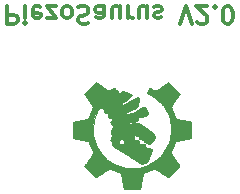
<source format=gbr>
G04 #@! TF.GenerationSoftware,KiCad,Pcbnew,5.1.5-1.fc31*
G04 #@! TF.CreationDate,2020-04-13T00:39:46+02:00*
G04 #@! TF.ProjectId,piezo_amplifier,7069657a-6f5f-4616-9d70-6c6966696572,rev?*
G04 #@! TF.SameCoordinates,Original*
G04 #@! TF.FileFunction,Legend,Bot*
G04 #@! TF.FilePolarity,Positive*
%FSLAX46Y46*%
G04 Gerber Fmt 4.6, Leading zero omitted, Abs format (unit mm)*
G04 Created by KiCad (PCBNEW 5.1.5-1.fc31) date 2020-04-13 00:39:46*
%MOMM*%
%LPD*%
G04 APERTURE LIST*
%ADD10C,0.300000*%
%ADD11C,0.010000*%
G04 APERTURE END LIST*
D10*
X114460000Y-66321428D02*
X114460000Y-67821428D01*
X115031428Y-67821428D01*
X115174285Y-67750000D01*
X115245714Y-67678571D01*
X115317142Y-67535714D01*
X115317142Y-67321428D01*
X115245714Y-67178571D01*
X115174285Y-67107142D01*
X115031428Y-67035714D01*
X114460000Y-67035714D01*
X115960000Y-66321428D02*
X115960000Y-67321428D01*
X115960000Y-67821428D02*
X115888571Y-67750000D01*
X115960000Y-67678571D01*
X116031428Y-67750000D01*
X115960000Y-67821428D01*
X115960000Y-67678571D01*
X117245714Y-66392857D02*
X117102857Y-66321428D01*
X116817142Y-66321428D01*
X116674285Y-66392857D01*
X116602857Y-66535714D01*
X116602857Y-67107142D01*
X116674285Y-67250000D01*
X116817142Y-67321428D01*
X117102857Y-67321428D01*
X117245714Y-67250000D01*
X117317142Y-67107142D01*
X117317142Y-66964285D01*
X116602857Y-66821428D01*
X117817142Y-67321428D02*
X118602857Y-67321428D01*
X117817142Y-66321428D01*
X118602857Y-66321428D01*
X119388571Y-66321428D02*
X119245714Y-66392857D01*
X119174285Y-66464285D01*
X119102857Y-66607142D01*
X119102857Y-67035714D01*
X119174285Y-67178571D01*
X119245714Y-67250000D01*
X119388571Y-67321428D01*
X119602857Y-67321428D01*
X119745714Y-67250000D01*
X119817142Y-67178571D01*
X119888571Y-67035714D01*
X119888571Y-66607142D01*
X119817142Y-66464285D01*
X119745714Y-66392857D01*
X119602857Y-66321428D01*
X119388571Y-66321428D01*
X120460000Y-66392857D02*
X120674285Y-66321428D01*
X121031428Y-66321428D01*
X121174285Y-66392857D01*
X121245714Y-66464285D01*
X121317142Y-66607142D01*
X121317142Y-66750000D01*
X121245714Y-66892857D01*
X121174285Y-66964285D01*
X121031428Y-67035714D01*
X120745714Y-67107142D01*
X120602857Y-67178571D01*
X120531428Y-67250000D01*
X120460000Y-67392857D01*
X120460000Y-67535714D01*
X120531428Y-67678571D01*
X120602857Y-67750000D01*
X120745714Y-67821428D01*
X121102857Y-67821428D01*
X121317142Y-67750000D01*
X122602857Y-66321428D02*
X122602857Y-67107142D01*
X122531428Y-67250000D01*
X122388571Y-67321428D01*
X122102857Y-67321428D01*
X121960000Y-67250000D01*
X122602857Y-66392857D02*
X122460000Y-66321428D01*
X122102857Y-66321428D01*
X121960000Y-66392857D01*
X121888571Y-66535714D01*
X121888571Y-66678571D01*
X121960000Y-66821428D01*
X122102857Y-66892857D01*
X122460000Y-66892857D01*
X122602857Y-66964285D01*
X123960000Y-67321428D02*
X123960000Y-66321428D01*
X123317142Y-67321428D02*
X123317142Y-66535714D01*
X123388571Y-66392857D01*
X123531428Y-66321428D01*
X123745714Y-66321428D01*
X123888571Y-66392857D01*
X123960000Y-66464285D01*
X124674285Y-66321428D02*
X124674285Y-67321428D01*
X124674285Y-67035714D02*
X124745714Y-67178571D01*
X124817142Y-67250000D01*
X124960000Y-67321428D01*
X125102857Y-67321428D01*
X126245714Y-67321428D02*
X126245714Y-66321428D01*
X125602857Y-67321428D02*
X125602857Y-66535714D01*
X125674285Y-66392857D01*
X125817142Y-66321428D01*
X126031428Y-66321428D01*
X126174285Y-66392857D01*
X126245714Y-66464285D01*
X126888571Y-66392857D02*
X127031428Y-66321428D01*
X127317142Y-66321428D01*
X127460000Y-66392857D01*
X127531428Y-66535714D01*
X127531428Y-66607142D01*
X127460000Y-66750000D01*
X127317142Y-66821428D01*
X127102857Y-66821428D01*
X126960000Y-66892857D01*
X126888571Y-67035714D01*
X126888571Y-67107142D01*
X126960000Y-67250000D01*
X127102857Y-67321428D01*
X127317142Y-67321428D01*
X127460000Y-67250000D01*
X129102857Y-67821428D02*
X129602857Y-66321428D01*
X130102857Y-67821428D01*
X130531428Y-67678571D02*
X130602857Y-67750000D01*
X130745714Y-67821428D01*
X131102857Y-67821428D01*
X131245714Y-67750000D01*
X131317142Y-67678571D01*
X131388571Y-67535714D01*
X131388571Y-67392857D01*
X131317142Y-67178571D01*
X130460000Y-66321428D01*
X131388571Y-66321428D01*
X132031428Y-66464285D02*
X132102857Y-66392857D01*
X132031428Y-66321428D01*
X131960000Y-66392857D01*
X132031428Y-66464285D01*
X132031428Y-66321428D01*
X133031428Y-67821428D02*
X133174285Y-67821428D01*
X133317142Y-67750000D01*
X133388571Y-67678571D01*
X133460000Y-67535714D01*
X133531428Y-67250000D01*
X133531428Y-66892857D01*
X133460000Y-66607142D01*
X133388571Y-66464285D01*
X133317142Y-66392857D01*
X133174285Y-66321428D01*
X133031428Y-66321428D01*
X132888571Y-66392857D01*
X132817142Y-66464285D01*
X132745714Y-66607142D01*
X132674285Y-66892857D01*
X132674285Y-67250000D01*
X132745714Y-67535714D01*
X132817142Y-67678571D01*
X132888571Y-67750000D01*
X133031428Y-67821428D01*
D11*
G36*
X125137320Y-81818730D02*
G01*
X125254710Y-81818578D01*
X125353764Y-81818275D01*
X125436076Y-81817781D01*
X125503241Y-81817054D01*
X125556853Y-81816054D01*
X125598506Y-81814739D01*
X125629796Y-81813070D01*
X125652317Y-81811005D01*
X125667662Y-81808504D01*
X125677428Y-81805526D01*
X125683207Y-81802030D01*
X125684011Y-81801279D01*
X125689438Y-81789591D01*
X125697265Y-81762577D01*
X125707650Y-81719469D01*
X125720753Y-81659502D01*
X125736733Y-81581908D01*
X125755749Y-81485921D01*
X125777961Y-81370774D01*
X125803526Y-81235700D01*
X125823045Y-81131343D01*
X125846261Y-81007732D01*
X125868311Y-80892310D01*
X125888857Y-80786738D01*
X125907559Y-80692679D01*
X125924080Y-80611792D01*
X125938081Y-80545740D01*
X125949224Y-80496184D01*
X125957171Y-80464785D01*
X125961072Y-80453739D01*
X125974537Y-80444171D01*
X126005614Y-80427859D01*
X126051837Y-80405821D01*
X126110741Y-80379076D01*
X126179861Y-80348642D01*
X126256731Y-80315537D01*
X126338885Y-80280778D01*
X126423859Y-80245386D01*
X126509186Y-80210377D01*
X126592402Y-80176770D01*
X126671041Y-80145583D01*
X126742638Y-80117835D01*
X126804727Y-80094543D01*
X126854843Y-80076726D01*
X126890520Y-80065402D01*
X126909293Y-80061590D01*
X126910324Y-80061691D01*
X126923277Y-80068466D01*
X126952337Y-80086411D01*
X126995900Y-80114459D01*
X127052364Y-80151545D01*
X127120127Y-80196603D01*
X127197584Y-80248566D01*
X127283134Y-80306368D01*
X127375173Y-80368943D01*
X127472099Y-80435226D01*
X127478135Y-80439366D01*
X127593512Y-80518398D01*
X127692528Y-80585927D01*
X127776466Y-80642781D01*
X127846610Y-80689784D01*
X127904244Y-80727764D01*
X127950651Y-80757546D01*
X127987116Y-80779957D01*
X128014922Y-80795822D01*
X128035353Y-80805968D01*
X128049693Y-80811221D01*
X128057867Y-80812458D01*
X128066266Y-80811520D01*
X128076183Y-80807961D01*
X128088827Y-80800659D01*
X128105407Y-80788493D01*
X128127131Y-80770343D01*
X128155208Y-80745086D01*
X128190847Y-80711602D01*
X128235257Y-80668771D01*
X128289646Y-80615471D01*
X128355223Y-80550580D01*
X128433197Y-80472979D01*
X128524777Y-80381546D01*
X128553984Y-80352352D01*
X128655456Y-80250696D01*
X128742388Y-80163123D01*
X128815664Y-80088699D01*
X128876168Y-80026492D01*
X128924784Y-79975568D01*
X128962395Y-79934995D01*
X128989886Y-79903840D01*
X129008139Y-79881169D01*
X129018039Y-79866050D01*
X129020390Y-79859958D01*
X129020978Y-79849283D01*
X129018125Y-79835939D01*
X129010650Y-79817950D01*
X128997368Y-79793339D01*
X128977100Y-79760128D01*
X128948662Y-79716342D01*
X128910871Y-79660003D01*
X128862547Y-79589134D01*
X128830507Y-79542458D01*
X128735795Y-79404639D01*
X128652575Y-79283428D01*
X128580113Y-79177715D01*
X128517675Y-79086392D01*
X128464526Y-79008349D01*
X128419931Y-78942479D01*
X128383156Y-78887673D01*
X128353466Y-78842821D01*
X128330127Y-78806816D01*
X128312405Y-78778549D01*
X128299564Y-78756910D01*
X128290871Y-78740792D01*
X128285591Y-78729086D01*
X128282989Y-78720682D01*
X128282330Y-78715040D01*
X128286399Y-78699607D01*
X128298170Y-78666512D01*
X128316801Y-78617852D01*
X128341452Y-78555722D01*
X128371282Y-78482220D01*
X128405449Y-78399441D01*
X128443113Y-78309481D01*
X128478750Y-78225415D01*
X128529918Y-78106002D01*
X128573529Y-78005582D01*
X128610038Y-77923171D01*
X128639901Y-77857784D01*
X128663575Y-77808438D01*
X128681516Y-77774148D01*
X128694179Y-77753930D01*
X128700149Y-77747622D01*
X128715346Y-77742529D01*
X128750014Y-77733978D01*
X128802436Y-77722319D01*
X128870899Y-77707903D01*
X128953686Y-77691080D01*
X129049082Y-77672200D01*
X129155372Y-77651614D01*
X129270841Y-77629673D01*
X129350776Y-77614706D01*
X129464202Y-77593544D01*
X129571478Y-77573442D01*
X129670707Y-77554761D01*
X129759992Y-77537861D01*
X129837434Y-77523105D01*
X129901137Y-77510854D01*
X129949203Y-77501470D01*
X129979735Y-77495313D01*
X129990690Y-77492816D01*
X129993587Y-77488042D01*
X129996077Y-77475197D01*
X129998186Y-77452916D01*
X129999943Y-77419833D01*
X130001375Y-77374584D01*
X130002509Y-77315803D01*
X130003371Y-77242126D01*
X130003990Y-77152187D01*
X130004393Y-77044621D01*
X130004607Y-76918064D01*
X130004661Y-76793648D01*
X130004633Y-76654117D01*
X130004523Y-76534559D01*
X130004289Y-76433425D01*
X130003889Y-76349161D01*
X130003281Y-76280217D01*
X130002423Y-76225041D01*
X130001274Y-76182082D01*
X129999792Y-76149788D01*
X129997935Y-76126607D01*
X129995662Y-76110989D01*
X129992930Y-76101382D01*
X129989698Y-76096234D01*
X129985924Y-76093995D01*
X129985826Y-76093964D01*
X129972019Y-76090956D01*
X129939001Y-76084395D01*
X129888721Y-76074653D01*
X129823133Y-76062099D01*
X129744188Y-76047105D01*
X129653839Y-76030043D01*
X129554037Y-76011283D01*
X129446735Y-75991196D01*
X129361829Y-75975356D01*
X129250078Y-75954417D01*
X129144309Y-75934365D01*
X129046482Y-75915585D01*
X128958554Y-75898467D01*
X128882487Y-75883396D01*
X128820240Y-75870761D01*
X128773771Y-75860948D01*
X128745041Y-75854344D01*
X128736304Y-75851727D01*
X128717976Y-75834807D01*
X128700637Y-75808204D01*
X128699311Y-75805478D01*
X128686316Y-75776201D01*
X128667470Y-75731448D01*
X128643711Y-75673618D01*
X128615980Y-75605110D01*
X128585215Y-75528322D01*
X128552355Y-75445652D01*
X128518339Y-75359499D01*
X128484106Y-75272262D01*
X128450595Y-75186340D01*
X128418745Y-75104130D01*
X128389495Y-75028032D01*
X128363785Y-74960443D01*
X128342552Y-74903763D01*
X128326736Y-74860391D01*
X128317277Y-74832723D01*
X128314915Y-74823593D01*
X128320808Y-74803767D01*
X128336660Y-74771749D01*
X128359731Y-74732727D01*
X128376009Y-74707948D01*
X128395921Y-74678841D01*
X128426256Y-74634548D01*
X128465258Y-74577632D01*
X128511169Y-74510658D01*
X128562232Y-74436187D01*
X128616691Y-74356782D01*
X128672790Y-74275007D01*
X128680789Y-74263347D01*
X128736422Y-74182251D01*
X128790189Y-74103854D01*
X128840420Y-74030591D01*
X128885446Y-73964898D01*
X128923597Y-73909211D01*
X128953205Y-73865965D01*
X128972601Y-73837596D01*
X128974864Y-73834278D01*
X128998362Y-73797183D01*
X129016013Y-73764301D01*
X129024795Y-73741426D01*
X129025254Y-73737699D01*
X129018600Y-73725729D01*
X128998449Y-73700985D01*
X128964521Y-73663170D01*
X128916532Y-73611989D01*
X128854200Y-73547145D01*
X128777244Y-73468343D01*
X128685381Y-73375287D01*
X128578329Y-73267681D01*
X128554550Y-73243865D01*
X128455018Y-73144385D01*
X128369494Y-73059260D01*
X128296910Y-72987483D01*
X128236198Y-72928046D01*
X128186291Y-72879941D01*
X128146119Y-72842160D01*
X128114616Y-72813695D01*
X128090712Y-72793537D01*
X128073341Y-72780680D01*
X128061433Y-72774114D01*
X128055335Y-72772712D01*
X128032232Y-72778864D01*
X127997940Y-72795426D01*
X127958232Y-72819554D01*
X127952925Y-72823132D01*
X127929002Y-72839493D01*
X127889462Y-72866582D01*
X127836431Y-72902940D01*
X127772035Y-72947110D01*
X127698398Y-72997633D01*
X127617649Y-73053050D01*
X127531912Y-73111903D01*
X127450878Y-73167539D01*
X127346012Y-73239326D01*
X127257436Y-73299451D01*
X127183891Y-73348715D01*
X127124118Y-73387923D01*
X127076861Y-73417878D01*
X127040859Y-73439383D01*
X127014855Y-73453240D01*
X126997590Y-73460255D01*
X126990295Y-73461525D01*
X126968353Y-73456058D01*
X126929141Y-73440018D01*
X126873824Y-73413949D01*
X126803567Y-73378394D01*
X126736731Y-73343136D01*
X126655042Y-73300073D01*
X126589915Y-73267428D01*
X126539477Y-73244508D01*
X126501856Y-73230620D01*
X126475176Y-73225070D01*
X126457566Y-73227165D01*
X126447277Y-73236005D01*
X126441242Y-73248906D01*
X126428293Y-73278625D01*
X126409742Y-73322085D01*
X126386897Y-73376212D01*
X126361068Y-73437929D01*
X126351349Y-73461275D01*
X126262379Y-73675287D01*
X126457228Y-73772149D01*
X126683678Y-73894910D01*
X126897712Y-74032398D01*
X127034137Y-74132286D01*
X127091890Y-74179521D01*
X127159813Y-74239742D01*
X127234330Y-74309371D01*
X127311863Y-74384831D01*
X127388835Y-74462544D01*
X127461668Y-74538934D01*
X127526784Y-74610422D01*
X127580608Y-74673431D01*
X127601104Y-74699252D01*
X127758369Y-74920081D01*
X127895289Y-75147021D01*
X128012253Y-75381027D01*
X128109649Y-75623051D01*
X128187867Y-75874047D01*
X128247297Y-76134969D01*
X128284274Y-76372839D01*
X128289566Y-76430971D01*
X128293516Y-76505820D01*
X128296126Y-76592620D01*
X128297396Y-76686607D01*
X128297327Y-76783012D01*
X128295921Y-76877072D01*
X128293178Y-76964019D01*
X128289099Y-77039087D01*
X128284123Y-77093941D01*
X128241418Y-77363528D01*
X128178715Y-77625150D01*
X128096023Y-77878788D01*
X127993350Y-78124421D01*
X127870704Y-78362029D01*
X127728093Y-78591593D01*
X127601104Y-78767528D01*
X127553868Y-78825280D01*
X127493647Y-78893204D01*
X127424018Y-78967721D01*
X127348558Y-79045254D01*
X127270845Y-79122225D01*
X127194456Y-79195058D01*
X127122968Y-79260175D01*
X127059958Y-79313998D01*
X127034137Y-79334494D01*
X126812679Y-79491548D01*
X126582763Y-79629201D01*
X126345280Y-79747222D01*
X126101118Y-79845384D01*
X125851168Y-79923457D01*
X125596317Y-79981213D01*
X125337457Y-80018423D01*
X125075474Y-80034857D01*
X124811260Y-80030288D01*
X124545703Y-80004486D01*
X124472627Y-79993649D01*
X124212337Y-79941517D01*
X123960071Y-79869454D01*
X123716178Y-79777639D01*
X123481008Y-79666251D01*
X123254908Y-79535471D01*
X123038229Y-79385478D01*
X122831319Y-79216450D01*
X122674579Y-79069162D01*
X122529144Y-78916942D01*
X122400872Y-78766818D01*
X122286452Y-78614246D01*
X122182571Y-78454680D01*
X122085918Y-78283575D01*
X122047035Y-78207881D01*
X121938009Y-77966380D01*
X121849312Y-77719122D01*
X121780942Y-77467305D01*
X121732896Y-77212126D01*
X121705173Y-76954782D01*
X121697771Y-76696470D01*
X121710687Y-76438388D01*
X121743921Y-76181732D01*
X121797470Y-75927701D01*
X121871331Y-75677491D01*
X121965504Y-75432300D01*
X122051792Y-75247806D01*
X122077878Y-75197709D01*
X122107996Y-75142232D01*
X122140004Y-75085062D01*
X122171760Y-75029887D01*
X122201124Y-74980395D01*
X122225955Y-74940274D01*
X122244111Y-74913212D01*
X122250995Y-74904692D01*
X122261318Y-74907330D01*
X122274277Y-74916762D01*
X122306835Y-74940891D01*
X122335961Y-74949450D01*
X122370271Y-74943909D01*
X122391048Y-74936696D01*
X122443588Y-74916752D01*
X122479075Y-74947910D01*
X122511628Y-74970336D01*
X122546985Y-74978613D01*
X122561610Y-74979068D01*
X122608658Y-74979068D01*
X122616053Y-75032842D01*
X122617211Y-75094296D01*
X122609823Y-75139784D01*
X122602559Y-75173172D01*
X122602956Y-75197326D01*
X122612316Y-75223014D01*
X122622272Y-75242679D01*
X122644642Y-75276569D01*
X122671261Y-75305137D01*
X122682804Y-75313878D01*
X122709592Y-75327420D01*
X122734317Y-75329348D01*
X122759681Y-75323925D01*
X122801876Y-75317637D01*
X122834967Y-75326741D01*
X122865778Y-75352270D01*
X122887000Y-75368672D01*
X122914932Y-75376043D01*
X122943172Y-75377288D01*
X122975388Y-75379231D01*
X122997844Y-75384185D01*
X123003358Y-75387794D01*
X123008378Y-75404045D01*
X123013732Y-75433330D01*
X123016001Y-75450228D01*
X123016728Y-75479534D01*
X123030423Y-75479534D01*
X123035805Y-75474152D01*
X123041186Y-75479534D01*
X123035805Y-75484915D01*
X123030423Y-75479534D01*
X123016728Y-75479534D01*
X123017069Y-75493230D01*
X123007213Y-75533256D01*
X122998454Y-75554174D01*
X122982370Y-75602842D01*
X122983004Y-75646653D01*
X123001141Y-75691554D01*
X123020499Y-75721145D01*
X123053127Y-75766186D01*
X123121321Y-75763714D01*
X123160454Y-75763337D01*
X123186674Y-75767381D01*
X123208507Y-75778344D01*
X123231049Y-75795856D01*
X123261780Y-75817771D01*
X123291564Y-75833248D01*
X123302182Y-75836622D01*
X123326266Y-75847513D01*
X123330819Y-75864775D01*
X123322831Y-75878292D01*
X123314581Y-75894316D01*
X123304414Y-75922524D01*
X123300603Y-75935162D01*
X123283776Y-75973825D01*
X123257555Y-75998036D01*
X123254559Y-75999739D01*
X123216340Y-76022422D01*
X123193866Y-76042123D01*
X123183049Y-76064231D01*
X123179803Y-76094135D01*
X123179729Y-76098390D01*
X123182866Y-76140443D01*
X123191348Y-76182573D01*
X123193592Y-76189873D01*
X123206567Y-76218504D01*
X123226575Y-76239282D01*
X123260302Y-76259062D01*
X123261834Y-76259830D01*
X123299599Y-76282834D01*
X123317404Y-76304452D01*
X123319023Y-76310561D01*
X123330250Y-76337773D01*
X123352628Y-76366037D01*
X123379653Y-76388816D01*
X123404823Y-76399571D01*
X123407723Y-76399746D01*
X123424455Y-76401579D01*
X123422449Y-76410760D01*
X123416249Y-76418580D01*
X123391167Y-76460358D01*
X123377852Y-76513508D01*
X123374830Y-76565923D01*
X123373295Y-76606951D01*
X123368129Y-76630514D01*
X123358686Y-76640417D01*
X123346322Y-76654773D01*
X123342542Y-76673398D01*
X123333070Y-76700652D01*
X123303754Y-76729518D01*
X123302804Y-76730240D01*
X123269979Y-76756958D01*
X123238539Y-76785422D01*
X123232484Y-76791420D01*
X123215137Y-76811032D01*
X123207011Y-76829194D01*
X123205999Y-76854083D01*
X123208779Y-76883322D01*
X123210811Y-76925128D01*
X123208411Y-76964811D01*
X123205153Y-76982139D01*
X123200830Y-77012236D01*
X123206705Y-77041358D01*
X123224691Y-77073186D01*
X123256702Y-77111405D01*
X123290019Y-77145448D01*
X123327508Y-77185531D01*
X123348121Y-77215749D01*
X123353305Y-77234657D01*
X123344763Y-77259988D01*
X123321612Y-77292360D01*
X123287559Y-77327509D01*
X123246316Y-77361175D01*
X123238221Y-77366882D01*
X123223702Y-77377807D01*
X123212966Y-77389963D01*
X123205112Y-77406886D01*
X123199237Y-77432114D01*
X123194439Y-77469182D01*
X123189815Y-77521626D01*
X123186053Y-77571358D01*
X123179418Y-77661318D01*
X123233173Y-77713131D01*
X123268483Y-77749341D01*
X123292840Y-77781714D01*
X123306551Y-77812097D01*
X123908223Y-77812097D01*
X123911608Y-77765663D01*
X123914298Y-77751278D01*
X123934194Y-77679972D01*
X123962356Y-77627395D01*
X124000883Y-77591654D01*
X124051877Y-77570854D01*
X124117439Y-77563103D01*
X124123134Y-77562993D01*
X124177491Y-77566554D01*
X124213379Y-77579107D01*
X124214617Y-77579913D01*
X124276077Y-77629225D01*
X124316934Y-77681796D01*
X124338041Y-77739107D01*
X124340574Y-77799277D01*
X124325355Y-77870497D01*
X124295795Y-77928245D01*
X124254896Y-77971797D01*
X124205661Y-78000428D01*
X124151093Y-78013415D01*
X124094195Y-78010035D01*
X124037968Y-77989562D01*
X123985416Y-77951273D01*
X123940372Y-77895763D01*
X123917209Y-77852129D01*
X123908223Y-77812097D01*
X123306551Y-77812097D01*
X123308149Y-77815638D01*
X123316315Y-77856497D01*
X123319243Y-77909680D01*
X123319204Y-77956428D01*
X123319992Y-78022519D01*
X123325614Y-78071844D01*
X123338193Y-78108993D01*
X123359856Y-78138555D01*
X123392725Y-78165119D01*
X123425194Y-78185358D01*
X123470265Y-78212622D01*
X123519037Y-78243434D01*
X123547033Y-78261823D01*
X123578479Y-78282567D01*
X123622147Y-78310816D01*
X123675380Y-78344901D01*
X123735522Y-78383152D01*
X123799913Y-78423900D01*
X123865898Y-78465475D01*
X123930819Y-78506209D01*
X123992018Y-78544432D01*
X124046838Y-78578474D01*
X124092621Y-78606665D01*
X124126711Y-78627338D01*
X124146449Y-78638822D01*
X124149858Y-78640518D01*
X124162202Y-78647426D01*
X124190694Y-78664667D01*
X124233335Y-78690992D01*
X124288127Y-78725154D01*
X124353072Y-78765905D01*
X124426173Y-78811997D01*
X124505431Y-78862184D01*
X124541803Y-78885281D01*
X124625246Y-78938199D01*
X124705207Y-78988684D01*
X124779374Y-79035295D01*
X124845437Y-79076587D01*
X124901085Y-79111119D01*
X124944006Y-79137447D01*
X124971890Y-79154129D01*
X124977580Y-79157372D01*
X125002580Y-79171961D01*
X125042921Y-79196382D01*
X125095804Y-79228881D01*
X125158429Y-79267703D01*
X125227996Y-79311095D01*
X125301707Y-79357304D01*
X125376760Y-79404573D01*
X125450356Y-79451150D01*
X125519696Y-79495281D01*
X125581979Y-79535211D01*
X125622283Y-79561286D01*
X125690460Y-79603285D01*
X125746206Y-79631647D01*
X125792950Y-79647293D01*
X125834119Y-79651143D01*
X125873141Y-79644115D01*
X125897059Y-79635011D01*
X125942718Y-79618844D01*
X126008593Y-79601789D01*
X126086332Y-79585529D01*
X126134517Y-79572356D01*
X126187504Y-79551705D01*
X126238522Y-79526813D01*
X126280794Y-79500919D01*
X126303878Y-79481536D01*
X126316749Y-79462653D01*
X126334884Y-79427723D01*
X126358566Y-79376076D01*
X126388078Y-79307042D01*
X126423705Y-79219951D01*
X126465728Y-79114134D01*
X126514433Y-78988920D01*
X126535423Y-78934364D01*
X126556362Y-78880776D01*
X126579080Y-78824176D01*
X126599487Y-78774719D01*
X126604261Y-78763461D01*
X126619599Y-78726290D01*
X126630849Y-78696523D01*
X126635852Y-78679912D01*
X126635932Y-78678986D01*
X126640081Y-78662797D01*
X126650191Y-78637324D01*
X126651403Y-78634635D01*
X126676741Y-78577150D01*
X126692329Y-78534395D01*
X126698285Y-78501972D01*
X126694729Y-78475483D01*
X126681782Y-78450529D01*
X126659563Y-78422712D01*
X126657240Y-78420062D01*
X126615968Y-78382361D01*
X126566186Y-78355580D01*
X126502970Y-78337447D01*
X126463728Y-78330762D01*
X126428301Y-78324503D01*
X126382145Y-78314731D01*
X126335687Y-78303669D01*
X126287543Y-78292509D01*
X126238914Y-78282947D01*
X126201643Y-78277231D01*
X126169042Y-78272825D01*
X126145917Y-78268450D01*
X126139829Y-78266447D01*
X126133993Y-78254261D01*
X126125444Y-78226230D01*
X126115501Y-78187651D01*
X126105482Y-78143824D01*
X126096707Y-78100047D01*
X126092864Y-78077759D01*
X126084556Y-78046245D01*
X126068966Y-78022570D01*
X126042837Y-78004802D01*
X126002911Y-77991006D01*
X125945932Y-77979248D01*
X125919847Y-77975022D01*
X125860373Y-77966850D01*
X125797859Y-77959912D01*
X125741792Y-77955196D01*
X125716972Y-77953901D01*
X125676049Y-77951489D01*
X125643807Y-77947697D01*
X125626007Y-77943255D01*
X125624561Y-77942218D01*
X125617982Y-77926898D01*
X125609181Y-77896768D01*
X125599631Y-77858221D01*
X125590805Y-77817653D01*
X125584178Y-77781458D01*
X125581224Y-77756032D01*
X125581186Y-77754012D01*
X125571172Y-77716078D01*
X125543743Y-77685845D01*
X125513886Y-77671060D01*
X125486304Y-77664929D01*
X125443887Y-77658526D01*
X125392044Y-77652345D01*
X125336184Y-77646879D01*
X125281718Y-77642622D01*
X125234055Y-77640067D01*
X125198604Y-77639709D01*
X125184205Y-77640977D01*
X125151307Y-77641627D01*
X125132817Y-77626637D01*
X125127309Y-77598737D01*
X125129378Y-77576788D01*
X125135351Y-77540121D01*
X125144251Y-77493198D01*
X125155100Y-77440482D01*
X125166921Y-77386437D01*
X125178736Y-77335525D01*
X125189569Y-77292209D01*
X125198443Y-77260953D01*
X125204379Y-77246218D01*
X125204538Y-77246040D01*
X125218282Y-77244717D01*
X125247784Y-77249141D01*
X125288305Y-77258480D01*
X125311716Y-77264874D01*
X125373139Y-77281127D01*
X125420875Y-77289887D01*
X125461204Y-77291709D01*
X125500404Y-77287144D01*
X125519358Y-77283152D01*
X125551519Y-77278975D01*
X125567469Y-77285629D01*
X125567790Y-77286099D01*
X125576243Y-77306306D01*
X125586993Y-77342273D01*
X125598619Y-77388560D01*
X125609699Y-77439724D01*
X125614559Y-77465254D01*
X125622865Y-77500657D01*
X125632750Y-77528201D01*
X125638879Y-77538199D01*
X125653967Y-77547002D01*
X125684926Y-77560763D01*
X125727221Y-77577588D01*
X125775595Y-77595327D01*
X125833540Y-77614950D01*
X125877286Y-77627452D01*
X125912481Y-77634039D01*
X125944775Y-77635918D01*
X125963176Y-77635391D01*
X126027665Y-77632076D01*
X126036063Y-77707345D01*
X126043431Y-77752153D01*
X126056117Y-77789942D01*
X126076362Y-77822494D01*
X126106407Y-77851588D01*
X126148495Y-77879002D01*
X126204866Y-77906517D01*
X126277762Y-77935912D01*
X126362640Y-77966597D01*
X126449900Y-77997120D01*
X126483463Y-77968879D01*
X126513827Y-77948384D01*
X126544858Y-77934693D01*
X126549221Y-77933566D01*
X126576630Y-77919474D01*
X126610389Y-77889670D01*
X126647109Y-77847633D01*
X126683399Y-77796845D01*
X126685391Y-77793748D01*
X126698471Y-77774749D01*
X126721944Y-77742079D01*
X126753243Y-77699254D01*
X126789801Y-77649791D01*
X126821589Y-77607164D01*
X126867309Y-77545329D01*
X126900796Y-77496573D01*
X126923042Y-77456992D01*
X126935039Y-77422682D01*
X126937780Y-77389739D01*
X126932258Y-77354259D01*
X126919464Y-77312338D01*
X126905996Y-77275136D01*
X126890472Y-77231896D01*
X126877407Y-77192971D01*
X126869152Y-77165430D01*
X126868171Y-77161405D01*
X126851635Y-77125317D01*
X126819006Y-77084924D01*
X126774027Y-77044275D01*
X126732796Y-77015005D01*
X126701547Y-76994624D01*
X126678161Y-76978381D01*
X126668220Y-76970287D01*
X126656800Y-76960751D01*
X126630101Y-76941082D01*
X126590726Y-76913134D01*
X126541273Y-76878762D01*
X126502728Y-76852331D01*
X126484801Y-76839746D01*
X126454139Y-76817870D01*
X126415428Y-76790056D01*
X126383008Y-76766647D01*
X126335113Y-76732392D01*
X126285533Y-76697599D01*
X126241635Y-76667408D01*
X126221567Y-76653958D01*
X126189056Y-76632018D01*
X126164146Y-76614286D01*
X126151884Y-76604363D01*
X126151610Y-76604027D01*
X126140040Y-76594227D01*
X126116842Y-76577742D01*
X126103177Y-76568651D01*
X126070801Y-76546751D01*
X126031102Y-76518792D01*
X126000932Y-76496886D01*
X125952210Y-76461586D01*
X125892486Y-76419359D01*
X125828742Y-76375102D01*
X125774915Y-76338397D01*
X125750071Y-76320623D01*
X125718535Y-76296800D01*
X125704957Y-76286198D01*
X125667441Y-76259515D01*
X125625971Y-76234174D01*
X125614032Y-76227781D01*
X125588117Y-76215838D01*
X125564443Y-76209337D01*
X125536121Y-76207459D01*
X125496257Y-76209385D01*
X125474116Y-76211156D01*
X125417144Y-76215821D01*
X125361957Y-76220009D01*
X125302387Y-76224152D01*
X125232266Y-76228684D01*
X125166822Y-76232735D01*
X125056238Y-76239633D01*
X124965263Y-76245640D01*
X124892005Y-76250918D01*
X124834571Y-76255627D01*
X124791072Y-76259930D01*
X124759614Y-76263986D01*
X124738307Y-76267957D01*
X124731366Y-76269808D01*
X124704844Y-76275299D01*
X124687751Y-76274141D01*
X124686386Y-76273180D01*
X124676139Y-76252968D01*
X124670989Y-76225326D01*
X124672829Y-76202197D01*
X124674567Y-76198573D01*
X124690975Y-76189249D01*
X124727901Y-76179130D01*
X124784362Y-76168418D01*
X124859373Y-76157317D01*
X124900667Y-76152033D01*
X124940374Y-76146490D01*
X124971857Y-76140853D01*
X124988824Y-76136266D01*
X124989450Y-76135927D01*
X125005795Y-76131276D01*
X125035101Y-76126966D01*
X125051113Y-76125455D01*
X125120493Y-76116521D01*
X125194244Y-76100914D01*
X125268179Y-76080121D01*
X125338108Y-76055634D01*
X125399842Y-76028942D01*
X125449192Y-76001534D01*
X125481967Y-75974900D01*
X125485150Y-75971121D01*
X125499316Y-75943974D01*
X125504629Y-75907519D01*
X125501193Y-75858199D01*
X125490126Y-75797171D01*
X125482312Y-75751538D01*
X125483632Y-75722602D01*
X125495771Y-75706863D01*
X125520415Y-75700823D01*
X125536762Y-75700340D01*
X125560694Y-75699302D01*
X125601375Y-75696323D01*
X125654158Y-75691794D01*
X125714393Y-75686103D01*
X125752127Y-75682299D01*
X125819289Y-75675061D01*
X125868578Y-75668811D01*
X125903579Y-75662798D01*
X125927874Y-75656268D01*
X125945045Y-75648470D01*
X125958235Y-75639025D01*
X125988410Y-75621252D01*
X126030876Y-75610456D01*
X126056362Y-75607280D01*
X126135381Y-75589947D01*
X126179827Y-75569663D01*
X126212290Y-75552845D01*
X126238753Y-75541610D01*
X126250364Y-75538729D01*
X126272208Y-75529541D01*
X126297462Y-75505705D01*
X126322205Y-75472811D01*
X126342516Y-75436452D01*
X126354477Y-75402216D01*
X126356101Y-75387921D01*
X126351479Y-75358970D01*
X126339039Y-75317127D01*
X126320918Y-75268584D01*
X126299256Y-75219531D01*
X126294817Y-75210466D01*
X126275907Y-75169847D01*
X126255290Y-75121531D01*
X126242343Y-75088797D01*
X126226572Y-75048827D01*
X126211271Y-75012942D01*
X126201275Y-74991932D01*
X126188203Y-74964460D01*
X126172651Y-74927874D01*
X126165567Y-74909922D01*
X126138310Y-74858352D01*
X126102808Y-74825854D01*
X126058253Y-74812202D01*
X126003834Y-74817173D01*
X125938742Y-74840542D01*
X125930184Y-74844567D01*
X125881658Y-74869480D01*
X125830674Y-74898120D01*
X125788920Y-74923873D01*
X125748434Y-74949592D01*
X125706958Y-74974183D01*
X125679486Y-74989169D01*
X125651201Y-75005924D01*
X125612089Y-75032211D01*
X125568018Y-75063975D01*
X125537034Y-75087554D01*
X125498337Y-75117310D01*
X125465923Y-75141413D01*
X125443471Y-75157181D01*
X125434879Y-75162034D01*
X125423864Y-75168281D01*
X125400680Y-75184845D01*
X125369851Y-75208455D01*
X125362076Y-75214601D01*
X125305347Y-75255951D01*
X125254584Y-75283638D01*
X125202764Y-75301165D01*
X125177584Y-75306605D01*
X125147603Y-75313680D01*
X125126642Y-75321271D01*
X125123771Y-75323034D01*
X125106891Y-75330113D01*
X125078359Y-75337244D01*
X125069957Y-75338803D01*
X125026626Y-75347135D01*
X124980331Y-75357484D01*
X124936645Y-75368429D01*
X124901141Y-75378548D01*
X124879391Y-75386418D01*
X124876228Y-75388243D01*
X124861302Y-75393986D01*
X124830803Y-75402111D01*
X124790344Y-75411178D01*
X124773983Y-75414481D01*
X124722796Y-75425116D01*
X124671284Y-75436811D01*
X124629383Y-75447296D01*
X124624120Y-75448742D01*
X124568836Y-75460088D01*
X124528205Y-75458051D01*
X124499441Y-75441869D01*
X124479758Y-75410782D01*
X124479060Y-75409068D01*
X124469766Y-75385953D01*
X124464228Y-75367764D01*
X124464518Y-75352643D01*
X124472711Y-75338735D01*
X124490880Y-75324185D01*
X124521096Y-75307137D01*
X124565433Y-75285734D01*
X124625965Y-75258120D01*
X124669797Y-75238308D01*
X124705849Y-75222310D01*
X124733739Y-75210532D01*
X124748186Y-75205193D01*
X124748886Y-75205085D01*
X124760462Y-75200709D01*
X124786749Y-75188978D01*
X124823122Y-75171989D01*
X124843940Y-75162034D01*
X124884507Y-75143073D01*
X124918255Y-75128373D01*
X124940168Y-75120070D01*
X124945042Y-75118983D01*
X124961482Y-75114020D01*
X124992429Y-75100569D01*
X125033678Y-75080782D01*
X125081025Y-75056814D01*
X125130268Y-75030820D01*
X125177201Y-75004952D01*
X125217622Y-74981366D01*
X125235757Y-74970015D01*
X125270303Y-74948505D01*
X125298563Y-74932591D01*
X125315203Y-74925242D01*
X125316477Y-74925058D01*
X125334323Y-74918422D01*
X125361925Y-74901830D01*
X125393032Y-74879719D01*
X125421393Y-74856523D01*
X125440397Y-74837142D01*
X125460707Y-74803924D01*
X125475281Y-74760846D01*
X125478842Y-74745839D01*
X125489602Y-74699437D01*
X125503712Y-74641489D01*
X125520078Y-74576191D01*
X125537608Y-74507739D01*
X125555208Y-74440331D01*
X125571786Y-74378162D01*
X125586249Y-74325429D01*
X125597504Y-74286329D01*
X125603093Y-74268729D01*
X125611857Y-74229659D01*
X125614473Y-74186484D01*
X125610429Y-74150294D01*
X125608807Y-74144958D01*
X125595530Y-74113952D01*
X125578380Y-74092533D01*
X125550515Y-74073110D01*
X125537245Y-74065534D01*
X125479109Y-74043446D01*
X125422366Y-74041702D01*
X125369603Y-74060348D01*
X125365932Y-74062536D01*
X125338160Y-74077320D01*
X125315949Y-74085300D01*
X125312118Y-74085750D01*
X125294908Y-74091072D01*
X125266209Y-74104862D01*
X125236779Y-74121470D01*
X125201729Y-74141879D01*
X125154768Y-74168274D01*
X125103061Y-74196661D01*
X125069957Y-74214471D01*
X124971682Y-74266789D01*
X124866416Y-74322746D01*
X124759862Y-74379315D01*
X124657721Y-74433469D01*
X124565697Y-74482183D01*
X124521059Y-74505773D01*
X124468994Y-74533436D01*
X124419830Y-74559860D01*
X124378758Y-74582236D01*
X124350966Y-74597756D01*
X124348855Y-74598974D01*
X124315540Y-74617308D01*
X124273106Y-74639322D01*
X124239249Y-74656102D01*
X124204752Y-74673804D01*
X124178409Y-74689271D01*
X124165965Y-74699115D01*
X124148635Y-74709708D01*
X124124224Y-74707934D01*
X124101950Y-74695487D01*
X124094611Y-74686006D01*
X124078320Y-74660802D01*
X124066730Y-74646973D01*
X124058576Y-74634258D01*
X124063979Y-74619979D01*
X124076502Y-74605412D01*
X124096856Y-74587209D01*
X124134376Y-74557607D01*
X124188322Y-74517156D01*
X124257956Y-74466405D01*
X124342538Y-74405905D01*
X124385178Y-74375718D01*
X124410423Y-74357802D01*
X124447479Y-74331391D01*
X124490664Y-74300537D01*
X124521059Y-74278780D01*
X124566468Y-74246455D01*
X124610996Y-74215111D01*
X124648393Y-74189131D01*
X124665954Y-74177172D01*
X124689174Y-74159097D01*
X124723981Y-74128813D01*
X124766904Y-74089489D01*
X124814472Y-74044297D01*
X124856992Y-74002617D01*
X124912336Y-73946710D01*
X124953050Y-73903131D01*
X124980421Y-73869713D01*
X124995734Y-73844292D01*
X125000276Y-73824700D01*
X124995332Y-73808772D01*
X124982189Y-73794343D01*
X124981165Y-73793476D01*
X124951045Y-73774766D01*
X124906535Y-73755150D01*
X124854448Y-73737438D01*
X124827796Y-73730200D01*
X124769174Y-73714145D01*
X124708034Y-73694749D01*
X124650194Y-73674095D01*
X124601475Y-73654263D01*
X124567696Y-73637336D01*
X124567014Y-73636920D01*
X124541440Y-73621868D01*
X124524379Y-73613109D01*
X124521458Y-73612203D01*
X124510120Y-73607825D01*
X124483667Y-73595980D01*
X124446347Y-73578607D01*
X124412663Y-73562578D01*
X124364981Y-73540214D01*
X124330426Y-73526069D01*
X124302964Y-73518552D01*
X124276560Y-73516073D01*
X124245179Y-73517041D01*
X124240883Y-73517308D01*
X124190746Y-73523859D01*
X124158081Y-73535655D01*
X124152339Y-73539899D01*
X124126905Y-73555375D01*
X124098746Y-73564823D01*
X124086331Y-73568221D01*
X124072452Y-73574502D01*
X124055216Y-73585179D01*
X124032731Y-73601768D01*
X124003104Y-73625783D01*
X123964443Y-73658739D01*
X123914856Y-73702151D01*
X123852449Y-73757534D01*
X123804248Y-73800551D01*
X123724625Y-73871565D01*
X123659721Y-73929134D01*
X123608332Y-73974297D01*
X123569254Y-74008095D01*
X123541284Y-74031568D01*
X123523220Y-74045757D01*
X123513857Y-74051701D01*
X123513594Y-74051801D01*
X123496655Y-74048440D01*
X123479524Y-74033911D01*
X123471694Y-74016268D01*
X123471694Y-74016256D01*
X123478594Y-74002759D01*
X123498034Y-73975595D01*
X123528131Y-73937070D01*
X123566999Y-73889494D01*
X123612754Y-73835173D01*
X123663509Y-73776415D01*
X123716836Y-73716139D01*
X123758644Y-73665474D01*
X123786681Y-73622739D01*
X123800108Y-73589625D01*
X123798088Y-73567826D01*
X123792781Y-73562662D01*
X123784961Y-73548387D01*
X123783813Y-73538682D01*
X123776492Y-73524280D01*
X123756563Y-73498731D01*
X123727076Y-73465656D01*
X123691410Y-73429000D01*
X123633758Y-73368171D01*
X123593760Y-73316796D01*
X123573612Y-73281250D01*
X123557646Y-73248746D01*
X123544129Y-73231721D01*
X123528231Y-73225395D01*
X123516476Y-73224746D01*
X123495368Y-73230122D01*
X123457323Y-73245761D01*
X123403905Y-73270928D01*
X123336681Y-73304888D01*
X123264228Y-73343136D01*
X123181615Y-73386672D01*
X123113750Y-73420697D01*
X123061601Y-73444757D01*
X123026136Y-73458401D01*
X123011060Y-73461525D01*
X122998836Y-73458695D01*
X122978902Y-73449651D01*
X122949957Y-73433566D01*
X122910698Y-73409610D01*
X122859821Y-73376956D01*
X122796025Y-73334774D01*
X122718006Y-73282235D01*
X122624461Y-73218512D01*
X122565830Y-73178333D01*
X122449080Y-73098193D01*
X122348766Y-73029365D01*
X122263573Y-72970989D01*
X122192182Y-72922204D01*
X122133276Y-72882150D01*
X122085538Y-72849968D01*
X122047651Y-72824798D01*
X122018298Y-72805779D01*
X121996162Y-72792052D01*
X121979925Y-72782756D01*
X121968270Y-72777033D01*
X121959881Y-72774021D01*
X121953439Y-72772861D01*
X121947629Y-72772693D01*
X121944556Y-72772712D01*
X121936096Y-72775172D01*
X121922917Y-72783223D01*
X121903955Y-72797867D01*
X121878147Y-72820111D01*
X121844427Y-72850958D01*
X121801733Y-72891412D01*
X121749001Y-72942478D01*
X121685166Y-73005160D01*
X121609164Y-73080462D01*
X121519933Y-73169389D01*
X121445449Y-73243865D01*
X121335441Y-73354297D01*
X121240661Y-73450131D01*
X121160811Y-73531680D01*
X121095594Y-73599258D01*
X121044712Y-73653175D01*
X121007867Y-73693745D01*
X120984762Y-73721279D01*
X120975098Y-73736091D01*
X120974745Y-73737742D01*
X120980617Y-73758786D01*
X120995762Y-73789225D01*
X121010470Y-73812796D01*
X121024054Y-73832662D01*
X121048357Y-73868166D01*
X121081926Y-73917189D01*
X121123310Y-73977613D01*
X121171060Y-74047321D01*
X121223725Y-74124193D01*
X121279852Y-74206112D01*
X121315383Y-74257966D01*
X121373605Y-74342945D01*
X121429828Y-74425029D01*
X121482501Y-74501954D01*
X121530076Y-74571458D01*
X121571004Y-74631278D01*
X121603737Y-74679149D01*
X121626724Y-74712810D01*
X121634828Y-74724705D01*
X121658338Y-74762269D01*
X121675965Y-74796134D01*
X121684662Y-74820269D01*
X121685084Y-74824205D01*
X121681227Y-74837887D01*
X121670283Y-74869144D01*
X121653190Y-74915577D01*
X121630888Y-74974790D01*
X121604316Y-75044383D01*
X121574414Y-75121959D01*
X121542122Y-75205120D01*
X121508377Y-75291468D01*
X121474121Y-75378605D01*
X121440292Y-75464133D01*
X121407829Y-75545654D01*
X121377672Y-75620770D01*
X121350761Y-75687083D01*
X121328034Y-75742196D01*
X121310431Y-75783709D01*
X121300688Y-75805478D01*
X121283683Y-75832603D01*
X121264617Y-75851162D01*
X121263028Y-75852084D01*
X121248801Y-75856083D01*
X121215366Y-75863575D01*
X121164684Y-75874171D01*
X121098721Y-75887483D01*
X121019440Y-75903123D01*
X120928804Y-75920703D01*
X120828776Y-75939833D01*
X120721321Y-75960126D01*
X120637503Y-75975789D01*
X120525886Y-75996592D01*
X120420295Y-76016347D01*
X120322683Y-76034685D01*
X120235002Y-76051235D01*
X120159208Y-76065626D01*
X120097252Y-76077487D01*
X120051088Y-76086449D01*
X120022670Y-76092140D01*
X120014173Y-76094040D01*
X120010383Y-76096214D01*
X120007137Y-76101261D01*
X120004392Y-76110734D01*
X120002108Y-76126185D01*
X120000241Y-76149165D01*
X119998751Y-76181229D01*
X119997595Y-76223927D01*
X119996732Y-76278813D01*
X119996119Y-76347438D01*
X119995715Y-76431355D01*
X119995478Y-76532117D01*
X119995367Y-76651276D01*
X119995339Y-76790384D01*
X119995339Y-76792675D01*
X119995468Y-76912792D01*
X119995844Y-77026469D01*
X119996441Y-77131892D01*
X119997240Y-77227245D01*
X119998216Y-77310714D01*
X119999348Y-77380485D01*
X120000614Y-77434745D01*
X120001990Y-77471678D01*
X120003456Y-77489470D01*
X120003931Y-77490820D01*
X120015803Y-77493681D01*
X120046961Y-77500050D01*
X120095516Y-77509567D01*
X120159578Y-77521875D01*
X120237257Y-77536613D01*
X120326666Y-77553424D01*
X120425913Y-77571948D01*
X120533111Y-77591827D01*
X120630859Y-77609851D01*
X120752653Y-77632457D01*
X120866263Y-77653949D01*
X120969957Y-77673975D01*
X121062008Y-77692187D01*
X121140685Y-77708235D01*
X121204260Y-77721769D01*
X121251003Y-77732439D01*
X121279185Y-77739894D01*
X121285962Y-77742401D01*
X121294929Y-77747677D01*
X121303675Y-77755081D01*
X121313047Y-77766354D01*
X121323898Y-77783239D01*
X121337077Y-77807480D01*
X121353434Y-77840819D01*
X121373821Y-77885000D01*
X121399086Y-77941766D01*
X121430080Y-78012858D01*
X121467654Y-78100022D01*
X121512657Y-78204998D01*
X121520051Y-78222271D01*
X121560260Y-78316847D01*
X121597717Y-78406165D01*
X121631578Y-78488120D01*
X121660995Y-78560607D01*
X121685123Y-78621523D01*
X121703116Y-78668761D01*
X121714128Y-78700218D01*
X121717372Y-78713193D01*
X121717401Y-78719243D01*
X121716935Y-78725187D01*
X121715149Y-78732287D01*
X121711218Y-78741804D01*
X121704315Y-78755000D01*
X121693616Y-78773138D01*
X121678294Y-78797478D01*
X121657523Y-78829283D01*
X121630479Y-78869814D01*
X121596335Y-78920333D01*
X121554265Y-78982103D01*
X121503444Y-79056384D01*
X121443047Y-79144439D01*
X121372247Y-79247529D01*
X121290218Y-79366916D01*
X121276832Y-79386398D01*
X121207560Y-79487360D01*
X121149627Y-79572186D01*
X121102073Y-79642405D01*
X121063940Y-79699548D01*
X121034267Y-79745144D01*
X121012094Y-79780723D01*
X120996462Y-79807814D01*
X120986411Y-79827947D01*
X120980981Y-79842652D01*
X120979213Y-79853458D01*
X120979718Y-79859958D01*
X120984690Y-79870695D01*
X120997327Y-79888263D01*
X121018522Y-79913604D01*
X121049170Y-79947662D01*
X121090164Y-79991380D01*
X121142396Y-80045701D01*
X121206760Y-80111569D01*
X121284150Y-80189927D01*
X121375459Y-80281719D01*
X121446015Y-80352352D01*
X121541513Y-80447766D01*
X121623052Y-80529043D01*
X121691849Y-80597308D01*
X121749124Y-80653688D01*
X121796095Y-80699307D01*
X121833980Y-80735292D01*
X121863998Y-80762769D01*
X121887367Y-80782863D01*
X121905307Y-80796701D01*
X121919035Y-80805407D01*
X121929770Y-80810108D01*
X121938730Y-80811930D01*
X121943649Y-80812111D01*
X121953893Y-80810398D01*
X121968587Y-80804856D01*
X121989036Y-80794644D01*
X122016549Y-80778921D01*
X122052431Y-80756846D01*
X122097990Y-80727579D01*
X122154533Y-80690278D01*
X122223365Y-80644102D01*
X122305795Y-80588211D01*
X122403128Y-80521763D01*
X122516672Y-80443918D01*
X122529054Y-80435416D01*
X122626446Y-80368754D01*
X122718964Y-80305864D01*
X122805027Y-80247790D01*
X122883052Y-80195581D01*
X122951458Y-80150282D01*
X123008663Y-80112942D01*
X123053085Y-80084606D01*
X123083142Y-80066322D01*
X123097252Y-80059136D01*
X123097746Y-80059068D01*
X123111726Y-80063039D01*
X123143505Y-80074406D01*
X123190982Y-80092349D01*
X123252061Y-80116048D01*
X123324643Y-80144682D01*
X123406629Y-80177432D01*
X123495921Y-80213477D01*
X123570441Y-80243823D01*
X123684929Y-80290829D01*
X123780700Y-80330640D01*
X123859102Y-80363859D01*
X123921482Y-80391092D01*
X123969186Y-80412942D01*
X124003562Y-80430013D01*
X124025956Y-80442910D01*
X124037715Y-80452236D01*
X124039158Y-80454091D01*
X124044359Y-80469553D01*
X124053035Y-80504658D01*
X124064871Y-80557860D01*
X124079552Y-80627613D01*
X124096763Y-80712372D01*
X124116187Y-80810591D01*
X124137511Y-80920724D01*
X124160418Y-81041225D01*
X124177415Y-81131925D01*
X124205640Y-81282464D01*
X124230396Y-81412438D01*
X124251819Y-81522507D01*
X124270047Y-81613328D01*
X124285214Y-81685558D01*
X124297458Y-81739856D01*
X124306916Y-81776880D01*
X124313722Y-81797287D01*
X124316217Y-81801508D01*
X124321450Y-81805067D01*
X124330543Y-81808107D01*
X124345087Y-81810667D01*
X124366671Y-81812788D01*
X124396885Y-81814511D01*
X124437318Y-81815874D01*
X124489561Y-81816920D01*
X124555202Y-81817686D01*
X124635832Y-81818215D01*
X124733040Y-81818545D01*
X124848416Y-81818717D01*
X124983549Y-81818771D01*
X125000000Y-81818771D01*
X125137320Y-81818730D01*
G37*
X125137320Y-81818730D02*
X125254710Y-81818578D01*
X125353764Y-81818275D01*
X125436076Y-81817781D01*
X125503241Y-81817054D01*
X125556853Y-81816054D01*
X125598506Y-81814739D01*
X125629796Y-81813070D01*
X125652317Y-81811005D01*
X125667662Y-81808504D01*
X125677428Y-81805526D01*
X125683207Y-81802030D01*
X125684011Y-81801279D01*
X125689438Y-81789591D01*
X125697265Y-81762577D01*
X125707650Y-81719469D01*
X125720753Y-81659502D01*
X125736733Y-81581908D01*
X125755749Y-81485921D01*
X125777961Y-81370774D01*
X125803526Y-81235700D01*
X125823045Y-81131343D01*
X125846261Y-81007732D01*
X125868311Y-80892310D01*
X125888857Y-80786738D01*
X125907559Y-80692679D01*
X125924080Y-80611792D01*
X125938081Y-80545740D01*
X125949224Y-80496184D01*
X125957171Y-80464785D01*
X125961072Y-80453739D01*
X125974537Y-80444171D01*
X126005614Y-80427859D01*
X126051837Y-80405821D01*
X126110741Y-80379076D01*
X126179861Y-80348642D01*
X126256731Y-80315537D01*
X126338885Y-80280778D01*
X126423859Y-80245386D01*
X126509186Y-80210377D01*
X126592402Y-80176770D01*
X126671041Y-80145583D01*
X126742638Y-80117835D01*
X126804727Y-80094543D01*
X126854843Y-80076726D01*
X126890520Y-80065402D01*
X126909293Y-80061590D01*
X126910324Y-80061691D01*
X126923277Y-80068466D01*
X126952337Y-80086411D01*
X126995900Y-80114459D01*
X127052364Y-80151545D01*
X127120127Y-80196603D01*
X127197584Y-80248566D01*
X127283134Y-80306368D01*
X127375173Y-80368943D01*
X127472099Y-80435226D01*
X127478135Y-80439366D01*
X127593512Y-80518398D01*
X127692528Y-80585927D01*
X127776466Y-80642781D01*
X127846610Y-80689784D01*
X127904244Y-80727764D01*
X127950651Y-80757546D01*
X127987116Y-80779957D01*
X128014922Y-80795822D01*
X128035353Y-80805968D01*
X128049693Y-80811221D01*
X128057867Y-80812458D01*
X128066266Y-80811520D01*
X128076183Y-80807961D01*
X128088827Y-80800659D01*
X128105407Y-80788493D01*
X128127131Y-80770343D01*
X128155208Y-80745086D01*
X128190847Y-80711602D01*
X128235257Y-80668771D01*
X128289646Y-80615471D01*
X128355223Y-80550580D01*
X128433197Y-80472979D01*
X128524777Y-80381546D01*
X128553984Y-80352352D01*
X128655456Y-80250696D01*
X128742388Y-80163123D01*
X128815664Y-80088699D01*
X128876168Y-80026492D01*
X128924784Y-79975568D01*
X128962395Y-79934995D01*
X128989886Y-79903840D01*
X129008139Y-79881169D01*
X129018039Y-79866050D01*
X129020390Y-79859958D01*
X129020978Y-79849283D01*
X129018125Y-79835939D01*
X129010650Y-79817950D01*
X128997368Y-79793339D01*
X128977100Y-79760128D01*
X128948662Y-79716342D01*
X128910871Y-79660003D01*
X128862547Y-79589134D01*
X128830507Y-79542458D01*
X128735795Y-79404639D01*
X128652575Y-79283428D01*
X128580113Y-79177715D01*
X128517675Y-79086392D01*
X128464526Y-79008349D01*
X128419931Y-78942479D01*
X128383156Y-78887673D01*
X128353466Y-78842821D01*
X128330127Y-78806816D01*
X128312405Y-78778549D01*
X128299564Y-78756910D01*
X128290871Y-78740792D01*
X128285591Y-78729086D01*
X128282989Y-78720682D01*
X128282330Y-78715040D01*
X128286399Y-78699607D01*
X128298170Y-78666512D01*
X128316801Y-78617852D01*
X128341452Y-78555722D01*
X128371282Y-78482220D01*
X128405449Y-78399441D01*
X128443113Y-78309481D01*
X128478750Y-78225415D01*
X128529918Y-78106002D01*
X128573529Y-78005582D01*
X128610038Y-77923171D01*
X128639901Y-77857784D01*
X128663575Y-77808438D01*
X128681516Y-77774148D01*
X128694179Y-77753930D01*
X128700149Y-77747622D01*
X128715346Y-77742529D01*
X128750014Y-77733978D01*
X128802436Y-77722319D01*
X128870899Y-77707903D01*
X128953686Y-77691080D01*
X129049082Y-77672200D01*
X129155372Y-77651614D01*
X129270841Y-77629673D01*
X129350776Y-77614706D01*
X129464202Y-77593544D01*
X129571478Y-77573442D01*
X129670707Y-77554761D01*
X129759992Y-77537861D01*
X129837434Y-77523105D01*
X129901137Y-77510854D01*
X129949203Y-77501470D01*
X129979735Y-77495313D01*
X129990690Y-77492816D01*
X129993587Y-77488042D01*
X129996077Y-77475197D01*
X129998186Y-77452916D01*
X129999943Y-77419833D01*
X130001375Y-77374584D01*
X130002509Y-77315803D01*
X130003371Y-77242126D01*
X130003990Y-77152187D01*
X130004393Y-77044621D01*
X130004607Y-76918064D01*
X130004661Y-76793648D01*
X130004633Y-76654117D01*
X130004523Y-76534559D01*
X130004289Y-76433425D01*
X130003889Y-76349161D01*
X130003281Y-76280217D01*
X130002423Y-76225041D01*
X130001274Y-76182082D01*
X129999792Y-76149788D01*
X129997935Y-76126607D01*
X129995662Y-76110989D01*
X129992930Y-76101382D01*
X129989698Y-76096234D01*
X129985924Y-76093995D01*
X129985826Y-76093964D01*
X129972019Y-76090956D01*
X129939001Y-76084395D01*
X129888721Y-76074653D01*
X129823133Y-76062099D01*
X129744188Y-76047105D01*
X129653839Y-76030043D01*
X129554037Y-76011283D01*
X129446735Y-75991196D01*
X129361829Y-75975356D01*
X129250078Y-75954417D01*
X129144309Y-75934365D01*
X129046482Y-75915585D01*
X128958554Y-75898467D01*
X128882487Y-75883396D01*
X128820240Y-75870761D01*
X128773771Y-75860948D01*
X128745041Y-75854344D01*
X128736304Y-75851727D01*
X128717976Y-75834807D01*
X128700637Y-75808204D01*
X128699311Y-75805478D01*
X128686316Y-75776201D01*
X128667470Y-75731448D01*
X128643711Y-75673618D01*
X128615980Y-75605110D01*
X128585215Y-75528322D01*
X128552355Y-75445652D01*
X128518339Y-75359499D01*
X128484106Y-75272262D01*
X128450595Y-75186340D01*
X128418745Y-75104130D01*
X128389495Y-75028032D01*
X128363785Y-74960443D01*
X128342552Y-74903763D01*
X128326736Y-74860391D01*
X128317277Y-74832723D01*
X128314915Y-74823593D01*
X128320808Y-74803767D01*
X128336660Y-74771749D01*
X128359731Y-74732727D01*
X128376009Y-74707948D01*
X128395921Y-74678841D01*
X128426256Y-74634548D01*
X128465258Y-74577632D01*
X128511169Y-74510658D01*
X128562232Y-74436187D01*
X128616691Y-74356782D01*
X128672790Y-74275007D01*
X128680789Y-74263347D01*
X128736422Y-74182251D01*
X128790189Y-74103854D01*
X128840420Y-74030591D01*
X128885446Y-73964898D01*
X128923597Y-73909211D01*
X128953205Y-73865965D01*
X128972601Y-73837596D01*
X128974864Y-73834278D01*
X128998362Y-73797183D01*
X129016013Y-73764301D01*
X129024795Y-73741426D01*
X129025254Y-73737699D01*
X129018600Y-73725729D01*
X128998449Y-73700985D01*
X128964521Y-73663170D01*
X128916532Y-73611989D01*
X128854200Y-73547145D01*
X128777244Y-73468343D01*
X128685381Y-73375287D01*
X128578329Y-73267681D01*
X128554550Y-73243865D01*
X128455018Y-73144385D01*
X128369494Y-73059260D01*
X128296910Y-72987483D01*
X128236198Y-72928046D01*
X128186291Y-72879941D01*
X128146119Y-72842160D01*
X128114616Y-72813695D01*
X128090712Y-72793537D01*
X128073341Y-72780680D01*
X128061433Y-72774114D01*
X128055335Y-72772712D01*
X128032232Y-72778864D01*
X127997940Y-72795426D01*
X127958232Y-72819554D01*
X127952925Y-72823132D01*
X127929002Y-72839493D01*
X127889462Y-72866582D01*
X127836431Y-72902940D01*
X127772035Y-72947110D01*
X127698398Y-72997633D01*
X127617649Y-73053050D01*
X127531912Y-73111903D01*
X127450878Y-73167539D01*
X127346012Y-73239326D01*
X127257436Y-73299451D01*
X127183891Y-73348715D01*
X127124118Y-73387923D01*
X127076861Y-73417878D01*
X127040859Y-73439383D01*
X127014855Y-73453240D01*
X126997590Y-73460255D01*
X126990295Y-73461525D01*
X126968353Y-73456058D01*
X126929141Y-73440018D01*
X126873824Y-73413949D01*
X126803567Y-73378394D01*
X126736731Y-73343136D01*
X126655042Y-73300073D01*
X126589915Y-73267428D01*
X126539477Y-73244508D01*
X126501856Y-73230620D01*
X126475176Y-73225070D01*
X126457566Y-73227165D01*
X126447277Y-73236005D01*
X126441242Y-73248906D01*
X126428293Y-73278625D01*
X126409742Y-73322085D01*
X126386897Y-73376212D01*
X126361068Y-73437929D01*
X126351349Y-73461275D01*
X126262379Y-73675287D01*
X126457228Y-73772149D01*
X126683678Y-73894910D01*
X126897712Y-74032398D01*
X127034137Y-74132286D01*
X127091890Y-74179521D01*
X127159813Y-74239742D01*
X127234330Y-74309371D01*
X127311863Y-74384831D01*
X127388835Y-74462544D01*
X127461668Y-74538934D01*
X127526784Y-74610422D01*
X127580608Y-74673431D01*
X127601104Y-74699252D01*
X127758369Y-74920081D01*
X127895289Y-75147021D01*
X128012253Y-75381027D01*
X128109649Y-75623051D01*
X128187867Y-75874047D01*
X128247297Y-76134969D01*
X128284274Y-76372839D01*
X128289566Y-76430971D01*
X128293516Y-76505820D01*
X128296126Y-76592620D01*
X128297396Y-76686607D01*
X128297327Y-76783012D01*
X128295921Y-76877072D01*
X128293178Y-76964019D01*
X128289099Y-77039087D01*
X128284123Y-77093941D01*
X128241418Y-77363528D01*
X128178715Y-77625150D01*
X128096023Y-77878788D01*
X127993350Y-78124421D01*
X127870704Y-78362029D01*
X127728093Y-78591593D01*
X127601104Y-78767528D01*
X127553868Y-78825280D01*
X127493647Y-78893204D01*
X127424018Y-78967721D01*
X127348558Y-79045254D01*
X127270845Y-79122225D01*
X127194456Y-79195058D01*
X127122968Y-79260175D01*
X127059958Y-79313998D01*
X127034137Y-79334494D01*
X126812679Y-79491548D01*
X126582763Y-79629201D01*
X126345280Y-79747222D01*
X126101118Y-79845384D01*
X125851168Y-79923457D01*
X125596317Y-79981213D01*
X125337457Y-80018423D01*
X125075474Y-80034857D01*
X124811260Y-80030288D01*
X124545703Y-80004486D01*
X124472627Y-79993649D01*
X124212337Y-79941517D01*
X123960071Y-79869454D01*
X123716178Y-79777639D01*
X123481008Y-79666251D01*
X123254908Y-79535471D01*
X123038229Y-79385478D01*
X122831319Y-79216450D01*
X122674579Y-79069162D01*
X122529144Y-78916942D01*
X122400872Y-78766818D01*
X122286452Y-78614246D01*
X122182571Y-78454680D01*
X122085918Y-78283575D01*
X122047035Y-78207881D01*
X121938009Y-77966380D01*
X121849312Y-77719122D01*
X121780942Y-77467305D01*
X121732896Y-77212126D01*
X121705173Y-76954782D01*
X121697771Y-76696470D01*
X121710687Y-76438388D01*
X121743921Y-76181732D01*
X121797470Y-75927701D01*
X121871331Y-75677491D01*
X121965504Y-75432300D01*
X122051792Y-75247806D01*
X122077878Y-75197709D01*
X122107996Y-75142232D01*
X122140004Y-75085062D01*
X122171760Y-75029887D01*
X122201124Y-74980395D01*
X122225955Y-74940274D01*
X122244111Y-74913212D01*
X122250995Y-74904692D01*
X122261318Y-74907330D01*
X122274277Y-74916762D01*
X122306835Y-74940891D01*
X122335961Y-74949450D01*
X122370271Y-74943909D01*
X122391048Y-74936696D01*
X122443588Y-74916752D01*
X122479075Y-74947910D01*
X122511628Y-74970336D01*
X122546985Y-74978613D01*
X122561610Y-74979068D01*
X122608658Y-74979068D01*
X122616053Y-75032842D01*
X122617211Y-75094296D01*
X122609823Y-75139784D01*
X122602559Y-75173172D01*
X122602956Y-75197326D01*
X122612316Y-75223014D01*
X122622272Y-75242679D01*
X122644642Y-75276569D01*
X122671261Y-75305137D01*
X122682804Y-75313878D01*
X122709592Y-75327420D01*
X122734317Y-75329348D01*
X122759681Y-75323925D01*
X122801876Y-75317637D01*
X122834967Y-75326741D01*
X122865778Y-75352270D01*
X122887000Y-75368672D01*
X122914932Y-75376043D01*
X122943172Y-75377288D01*
X122975388Y-75379231D01*
X122997844Y-75384185D01*
X123003358Y-75387794D01*
X123008378Y-75404045D01*
X123013732Y-75433330D01*
X123016001Y-75450228D01*
X123016728Y-75479534D01*
X123030423Y-75479534D01*
X123035805Y-75474152D01*
X123041186Y-75479534D01*
X123035805Y-75484915D01*
X123030423Y-75479534D01*
X123016728Y-75479534D01*
X123017069Y-75493230D01*
X123007213Y-75533256D01*
X122998454Y-75554174D01*
X122982370Y-75602842D01*
X122983004Y-75646653D01*
X123001141Y-75691554D01*
X123020499Y-75721145D01*
X123053127Y-75766186D01*
X123121321Y-75763714D01*
X123160454Y-75763337D01*
X123186674Y-75767381D01*
X123208507Y-75778344D01*
X123231049Y-75795856D01*
X123261780Y-75817771D01*
X123291564Y-75833248D01*
X123302182Y-75836622D01*
X123326266Y-75847513D01*
X123330819Y-75864775D01*
X123322831Y-75878292D01*
X123314581Y-75894316D01*
X123304414Y-75922524D01*
X123300603Y-75935162D01*
X123283776Y-75973825D01*
X123257555Y-75998036D01*
X123254559Y-75999739D01*
X123216340Y-76022422D01*
X123193866Y-76042123D01*
X123183049Y-76064231D01*
X123179803Y-76094135D01*
X123179729Y-76098390D01*
X123182866Y-76140443D01*
X123191348Y-76182573D01*
X123193592Y-76189873D01*
X123206567Y-76218504D01*
X123226575Y-76239282D01*
X123260302Y-76259062D01*
X123261834Y-76259830D01*
X123299599Y-76282834D01*
X123317404Y-76304452D01*
X123319023Y-76310561D01*
X123330250Y-76337773D01*
X123352628Y-76366037D01*
X123379653Y-76388816D01*
X123404823Y-76399571D01*
X123407723Y-76399746D01*
X123424455Y-76401579D01*
X123422449Y-76410760D01*
X123416249Y-76418580D01*
X123391167Y-76460358D01*
X123377852Y-76513508D01*
X123374830Y-76565923D01*
X123373295Y-76606951D01*
X123368129Y-76630514D01*
X123358686Y-76640417D01*
X123346322Y-76654773D01*
X123342542Y-76673398D01*
X123333070Y-76700652D01*
X123303754Y-76729518D01*
X123302804Y-76730240D01*
X123269979Y-76756958D01*
X123238539Y-76785422D01*
X123232484Y-76791420D01*
X123215137Y-76811032D01*
X123207011Y-76829194D01*
X123205999Y-76854083D01*
X123208779Y-76883322D01*
X123210811Y-76925128D01*
X123208411Y-76964811D01*
X123205153Y-76982139D01*
X123200830Y-77012236D01*
X123206705Y-77041358D01*
X123224691Y-77073186D01*
X123256702Y-77111405D01*
X123290019Y-77145448D01*
X123327508Y-77185531D01*
X123348121Y-77215749D01*
X123353305Y-77234657D01*
X123344763Y-77259988D01*
X123321612Y-77292360D01*
X123287559Y-77327509D01*
X123246316Y-77361175D01*
X123238221Y-77366882D01*
X123223702Y-77377807D01*
X123212966Y-77389963D01*
X123205112Y-77406886D01*
X123199237Y-77432114D01*
X123194439Y-77469182D01*
X123189815Y-77521626D01*
X123186053Y-77571358D01*
X123179418Y-77661318D01*
X123233173Y-77713131D01*
X123268483Y-77749341D01*
X123292840Y-77781714D01*
X123306551Y-77812097D01*
X123908223Y-77812097D01*
X123911608Y-77765663D01*
X123914298Y-77751278D01*
X123934194Y-77679972D01*
X123962356Y-77627395D01*
X124000883Y-77591654D01*
X124051877Y-77570854D01*
X124117439Y-77563103D01*
X124123134Y-77562993D01*
X124177491Y-77566554D01*
X124213379Y-77579107D01*
X124214617Y-77579913D01*
X124276077Y-77629225D01*
X124316934Y-77681796D01*
X124338041Y-77739107D01*
X124340574Y-77799277D01*
X124325355Y-77870497D01*
X124295795Y-77928245D01*
X124254896Y-77971797D01*
X124205661Y-78000428D01*
X124151093Y-78013415D01*
X124094195Y-78010035D01*
X124037968Y-77989562D01*
X123985416Y-77951273D01*
X123940372Y-77895763D01*
X123917209Y-77852129D01*
X123908223Y-77812097D01*
X123306551Y-77812097D01*
X123308149Y-77815638D01*
X123316315Y-77856497D01*
X123319243Y-77909680D01*
X123319204Y-77956428D01*
X123319992Y-78022519D01*
X123325614Y-78071844D01*
X123338193Y-78108993D01*
X123359856Y-78138555D01*
X123392725Y-78165119D01*
X123425194Y-78185358D01*
X123470265Y-78212622D01*
X123519037Y-78243434D01*
X123547033Y-78261823D01*
X123578479Y-78282567D01*
X123622147Y-78310816D01*
X123675380Y-78344901D01*
X123735522Y-78383152D01*
X123799913Y-78423900D01*
X123865898Y-78465475D01*
X123930819Y-78506209D01*
X123992018Y-78544432D01*
X124046838Y-78578474D01*
X124092621Y-78606665D01*
X124126711Y-78627338D01*
X124146449Y-78638822D01*
X124149858Y-78640518D01*
X124162202Y-78647426D01*
X124190694Y-78664667D01*
X124233335Y-78690992D01*
X124288127Y-78725154D01*
X124353072Y-78765905D01*
X124426173Y-78811997D01*
X124505431Y-78862184D01*
X124541803Y-78885281D01*
X124625246Y-78938199D01*
X124705207Y-78988684D01*
X124779374Y-79035295D01*
X124845437Y-79076587D01*
X124901085Y-79111119D01*
X124944006Y-79137447D01*
X124971890Y-79154129D01*
X124977580Y-79157372D01*
X125002580Y-79171961D01*
X125042921Y-79196382D01*
X125095804Y-79228881D01*
X125158429Y-79267703D01*
X125227996Y-79311095D01*
X125301707Y-79357304D01*
X125376760Y-79404573D01*
X125450356Y-79451150D01*
X125519696Y-79495281D01*
X125581979Y-79535211D01*
X125622283Y-79561286D01*
X125690460Y-79603285D01*
X125746206Y-79631647D01*
X125792950Y-79647293D01*
X125834119Y-79651143D01*
X125873141Y-79644115D01*
X125897059Y-79635011D01*
X125942718Y-79618844D01*
X126008593Y-79601789D01*
X126086332Y-79585529D01*
X126134517Y-79572356D01*
X126187504Y-79551705D01*
X126238522Y-79526813D01*
X126280794Y-79500919D01*
X126303878Y-79481536D01*
X126316749Y-79462653D01*
X126334884Y-79427723D01*
X126358566Y-79376076D01*
X126388078Y-79307042D01*
X126423705Y-79219951D01*
X126465728Y-79114134D01*
X126514433Y-78988920D01*
X126535423Y-78934364D01*
X126556362Y-78880776D01*
X126579080Y-78824176D01*
X126599487Y-78774719D01*
X126604261Y-78763461D01*
X126619599Y-78726290D01*
X126630849Y-78696523D01*
X126635852Y-78679912D01*
X126635932Y-78678986D01*
X126640081Y-78662797D01*
X126650191Y-78637324D01*
X126651403Y-78634635D01*
X126676741Y-78577150D01*
X126692329Y-78534395D01*
X126698285Y-78501972D01*
X126694729Y-78475483D01*
X126681782Y-78450529D01*
X126659563Y-78422712D01*
X126657240Y-78420062D01*
X126615968Y-78382361D01*
X126566186Y-78355580D01*
X126502970Y-78337447D01*
X126463728Y-78330762D01*
X126428301Y-78324503D01*
X126382145Y-78314731D01*
X126335687Y-78303669D01*
X126287543Y-78292509D01*
X126238914Y-78282947D01*
X126201643Y-78277231D01*
X126169042Y-78272825D01*
X126145917Y-78268450D01*
X126139829Y-78266447D01*
X126133993Y-78254261D01*
X126125444Y-78226230D01*
X126115501Y-78187651D01*
X126105482Y-78143824D01*
X126096707Y-78100047D01*
X126092864Y-78077759D01*
X126084556Y-78046245D01*
X126068966Y-78022570D01*
X126042837Y-78004802D01*
X126002911Y-77991006D01*
X125945932Y-77979248D01*
X125919847Y-77975022D01*
X125860373Y-77966850D01*
X125797859Y-77959912D01*
X125741792Y-77955196D01*
X125716972Y-77953901D01*
X125676049Y-77951489D01*
X125643807Y-77947697D01*
X125626007Y-77943255D01*
X125624561Y-77942218D01*
X125617982Y-77926898D01*
X125609181Y-77896768D01*
X125599631Y-77858221D01*
X125590805Y-77817653D01*
X125584178Y-77781458D01*
X125581224Y-77756032D01*
X125581186Y-77754012D01*
X125571172Y-77716078D01*
X125543743Y-77685845D01*
X125513886Y-77671060D01*
X125486304Y-77664929D01*
X125443887Y-77658526D01*
X125392044Y-77652345D01*
X125336184Y-77646879D01*
X125281718Y-77642622D01*
X125234055Y-77640067D01*
X125198604Y-77639709D01*
X125184205Y-77640977D01*
X125151307Y-77641627D01*
X125132817Y-77626637D01*
X125127309Y-77598737D01*
X125129378Y-77576788D01*
X125135351Y-77540121D01*
X125144251Y-77493198D01*
X125155100Y-77440482D01*
X125166921Y-77386437D01*
X125178736Y-77335525D01*
X125189569Y-77292209D01*
X125198443Y-77260953D01*
X125204379Y-77246218D01*
X125204538Y-77246040D01*
X125218282Y-77244717D01*
X125247784Y-77249141D01*
X125288305Y-77258480D01*
X125311716Y-77264874D01*
X125373139Y-77281127D01*
X125420875Y-77289887D01*
X125461204Y-77291709D01*
X125500404Y-77287144D01*
X125519358Y-77283152D01*
X125551519Y-77278975D01*
X125567469Y-77285629D01*
X125567790Y-77286099D01*
X125576243Y-77306306D01*
X125586993Y-77342273D01*
X125598619Y-77388560D01*
X125609699Y-77439724D01*
X125614559Y-77465254D01*
X125622865Y-77500657D01*
X125632750Y-77528201D01*
X125638879Y-77538199D01*
X125653967Y-77547002D01*
X125684926Y-77560763D01*
X125727221Y-77577588D01*
X125775595Y-77595327D01*
X125833540Y-77614950D01*
X125877286Y-77627452D01*
X125912481Y-77634039D01*
X125944775Y-77635918D01*
X125963176Y-77635391D01*
X126027665Y-77632076D01*
X126036063Y-77707345D01*
X126043431Y-77752153D01*
X126056117Y-77789942D01*
X126076362Y-77822494D01*
X126106407Y-77851588D01*
X126148495Y-77879002D01*
X126204866Y-77906517D01*
X126277762Y-77935912D01*
X126362640Y-77966597D01*
X126449900Y-77997120D01*
X126483463Y-77968879D01*
X126513827Y-77948384D01*
X126544858Y-77934693D01*
X126549221Y-77933566D01*
X126576630Y-77919474D01*
X126610389Y-77889670D01*
X126647109Y-77847633D01*
X126683399Y-77796845D01*
X126685391Y-77793748D01*
X126698471Y-77774749D01*
X126721944Y-77742079D01*
X126753243Y-77699254D01*
X126789801Y-77649791D01*
X126821589Y-77607164D01*
X126867309Y-77545329D01*
X126900796Y-77496573D01*
X126923042Y-77456992D01*
X126935039Y-77422682D01*
X126937780Y-77389739D01*
X126932258Y-77354259D01*
X126919464Y-77312338D01*
X126905996Y-77275136D01*
X126890472Y-77231896D01*
X126877407Y-77192971D01*
X126869152Y-77165430D01*
X126868171Y-77161405D01*
X126851635Y-77125317D01*
X126819006Y-77084924D01*
X126774027Y-77044275D01*
X126732796Y-77015005D01*
X126701547Y-76994624D01*
X126678161Y-76978381D01*
X126668220Y-76970287D01*
X126656800Y-76960751D01*
X126630101Y-76941082D01*
X126590726Y-76913134D01*
X126541273Y-76878762D01*
X126502728Y-76852331D01*
X126484801Y-76839746D01*
X126454139Y-76817870D01*
X126415428Y-76790056D01*
X126383008Y-76766647D01*
X126335113Y-76732392D01*
X126285533Y-76697599D01*
X126241635Y-76667408D01*
X126221567Y-76653958D01*
X126189056Y-76632018D01*
X126164146Y-76614286D01*
X126151884Y-76604363D01*
X126151610Y-76604027D01*
X126140040Y-76594227D01*
X126116842Y-76577742D01*
X126103177Y-76568651D01*
X126070801Y-76546751D01*
X126031102Y-76518792D01*
X126000932Y-76496886D01*
X125952210Y-76461586D01*
X125892486Y-76419359D01*
X125828742Y-76375102D01*
X125774915Y-76338397D01*
X125750071Y-76320623D01*
X125718535Y-76296800D01*
X125704957Y-76286198D01*
X125667441Y-76259515D01*
X125625971Y-76234174D01*
X125614032Y-76227781D01*
X125588117Y-76215838D01*
X125564443Y-76209337D01*
X125536121Y-76207459D01*
X125496257Y-76209385D01*
X125474116Y-76211156D01*
X125417144Y-76215821D01*
X125361957Y-76220009D01*
X125302387Y-76224152D01*
X125232266Y-76228684D01*
X125166822Y-76232735D01*
X125056238Y-76239633D01*
X124965263Y-76245640D01*
X124892005Y-76250918D01*
X124834571Y-76255627D01*
X124791072Y-76259930D01*
X124759614Y-76263986D01*
X124738307Y-76267957D01*
X124731366Y-76269808D01*
X124704844Y-76275299D01*
X124687751Y-76274141D01*
X124686386Y-76273180D01*
X124676139Y-76252968D01*
X124670989Y-76225326D01*
X124672829Y-76202197D01*
X124674567Y-76198573D01*
X124690975Y-76189249D01*
X124727901Y-76179130D01*
X124784362Y-76168418D01*
X124859373Y-76157317D01*
X124900667Y-76152033D01*
X124940374Y-76146490D01*
X124971857Y-76140853D01*
X124988824Y-76136266D01*
X124989450Y-76135927D01*
X125005795Y-76131276D01*
X125035101Y-76126966D01*
X125051113Y-76125455D01*
X125120493Y-76116521D01*
X125194244Y-76100914D01*
X125268179Y-76080121D01*
X125338108Y-76055634D01*
X125399842Y-76028942D01*
X125449192Y-76001534D01*
X125481967Y-75974900D01*
X125485150Y-75971121D01*
X125499316Y-75943974D01*
X125504629Y-75907519D01*
X125501193Y-75858199D01*
X125490126Y-75797171D01*
X125482312Y-75751538D01*
X125483632Y-75722602D01*
X125495771Y-75706863D01*
X125520415Y-75700823D01*
X125536762Y-75700340D01*
X125560694Y-75699302D01*
X125601375Y-75696323D01*
X125654158Y-75691794D01*
X125714393Y-75686103D01*
X125752127Y-75682299D01*
X125819289Y-75675061D01*
X125868578Y-75668811D01*
X125903579Y-75662798D01*
X125927874Y-75656268D01*
X125945045Y-75648470D01*
X125958235Y-75639025D01*
X125988410Y-75621252D01*
X126030876Y-75610456D01*
X126056362Y-75607280D01*
X126135381Y-75589947D01*
X126179827Y-75569663D01*
X126212290Y-75552845D01*
X126238753Y-75541610D01*
X126250364Y-75538729D01*
X126272208Y-75529541D01*
X126297462Y-75505705D01*
X126322205Y-75472811D01*
X126342516Y-75436452D01*
X126354477Y-75402216D01*
X126356101Y-75387921D01*
X126351479Y-75358970D01*
X126339039Y-75317127D01*
X126320918Y-75268584D01*
X126299256Y-75219531D01*
X126294817Y-75210466D01*
X126275907Y-75169847D01*
X126255290Y-75121531D01*
X126242343Y-75088797D01*
X126226572Y-75048827D01*
X126211271Y-75012942D01*
X126201275Y-74991932D01*
X126188203Y-74964460D01*
X126172651Y-74927874D01*
X126165567Y-74909922D01*
X126138310Y-74858352D01*
X126102808Y-74825854D01*
X126058253Y-74812202D01*
X126003834Y-74817173D01*
X125938742Y-74840542D01*
X125930184Y-74844567D01*
X125881658Y-74869480D01*
X125830674Y-74898120D01*
X125788920Y-74923873D01*
X125748434Y-74949592D01*
X125706958Y-74974183D01*
X125679486Y-74989169D01*
X125651201Y-75005924D01*
X125612089Y-75032211D01*
X125568018Y-75063975D01*
X125537034Y-75087554D01*
X125498337Y-75117310D01*
X125465923Y-75141413D01*
X125443471Y-75157181D01*
X125434879Y-75162034D01*
X125423864Y-75168281D01*
X125400680Y-75184845D01*
X125369851Y-75208455D01*
X125362076Y-75214601D01*
X125305347Y-75255951D01*
X125254584Y-75283638D01*
X125202764Y-75301165D01*
X125177584Y-75306605D01*
X125147603Y-75313680D01*
X125126642Y-75321271D01*
X125123771Y-75323034D01*
X125106891Y-75330113D01*
X125078359Y-75337244D01*
X125069957Y-75338803D01*
X125026626Y-75347135D01*
X124980331Y-75357484D01*
X124936645Y-75368429D01*
X124901141Y-75378548D01*
X124879391Y-75386418D01*
X124876228Y-75388243D01*
X124861302Y-75393986D01*
X124830803Y-75402111D01*
X124790344Y-75411178D01*
X124773983Y-75414481D01*
X124722796Y-75425116D01*
X124671284Y-75436811D01*
X124629383Y-75447296D01*
X124624120Y-75448742D01*
X124568836Y-75460088D01*
X124528205Y-75458051D01*
X124499441Y-75441869D01*
X124479758Y-75410782D01*
X124479060Y-75409068D01*
X124469766Y-75385953D01*
X124464228Y-75367764D01*
X124464518Y-75352643D01*
X124472711Y-75338735D01*
X124490880Y-75324185D01*
X124521096Y-75307137D01*
X124565433Y-75285734D01*
X124625965Y-75258120D01*
X124669797Y-75238308D01*
X124705849Y-75222310D01*
X124733739Y-75210532D01*
X124748186Y-75205193D01*
X124748886Y-75205085D01*
X124760462Y-75200709D01*
X124786749Y-75188978D01*
X124823122Y-75171989D01*
X124843940Y-75162034D01*
X124884507Y-75143073D01*
X124918255Y-75128373D01*
X124940168Y-75120070D01*
X124945042Y-75118983D01*
X124961482Y-75114020D01*
X124992429Y-75100569D01*
X125033678Y-75080782D01*
X125081025Y-75056814D01*
X125130268Y-75030820D01*
X125177201Y-75004952D01*
X125217622Y-74981366D01*
X125235757Y-74970015D01*
X125270303Y-74948505D01*
X125298563Y-74932591D01*
X125315203Y-74925242D01*
X125316477Y-74925058D01*
X125334323Y-74918422D01*
X125361925Y-74901830D01*
X125393032Y-74879719D01*
X125421393Y-74856523D01*
X125440397Y-74837142D01*
X125460707Y-74803924D01*
X125475281Y-74760846D01*
X125478842Y-74745839D01*
X125489602Y-74699437D01*
X125503712Y-74641489D01*
X125520078Y-74576191D01*
X125537608Y-74507739D01*
X125555208Y-74440331D01*
X125571786Y-74378162D01*
X125586249Y-74325429D01*
X125597504Y-74286329D01*
X125603093Y-74268729D01*
X125611857Y-74229659D01*
X125614473Y-74186484D01*
X125610429Y-74150294D01*
X125608807Y-74144958D01*
X125595530Y-74113952D01*
X125578380Y-74092533D01*
X125550515Y-74073110D01*
X125537245Y-74065534D01*
X125479109Y-74043446D01*
X125422366Y-74041702D01*
X125369603Y-74060348D01*
X125365932Y-74062536D01*
X125338160Y-74077320D01*
X125315949Y-74085300D01*
X125312118Y-74085750D01*
X125294908Y-74091072D01*
X125266209Y-74104862D01*
X125236779Y-74121470D01*
X125201729Y-74141879D01*
X125154768Y-74168274D01*
X125103061Y-74196661D01*
X125069957Y-74214471D01*
X124971682Y-74266789D01*
X124866416Y-74322746D01*
X124759862Y-74379315D01*
X124657721Y-74433469D01*
X124565697Y-74482183D01*
X124521059Y-74505773D01*
X124468994Y-74533436D01*
X124419830Y-74559860D01*
X124378758Y-74582236D01*
X124350966Y-74597756D01*
X124348855Y-74598974D01*
X124315540Y-74617308D01*
X124273106Y-74639322D01*
X124239249Y-74656102D01*
X124204752Y-74673804D01*
X124178409Y-74689271D01*
X124165965Y-74699115D01*
X124148635Y-74709708D01*
X124124224Y-74707934D01*
X124101950Y-74695487D01*
X124094611Y-74686006D01*
X124078320Y-74660802D01*
X124066730Y-74646973D01*
X124058576Y-74634258D01*
X124063979Y-74619979D01*
X124076502Y-74605412D01*
X124096856Y-74587209D01*
X124134376Y-74557607D01*
X124188322Y-74517156D01*
X124257956Y-74466405D01*
X124342538Y-74405905D01*
X124385178Y-74375718D01*
X124410423Y-74357802D01*
X124447479Y-74331391D01*
X124490664Y-74300537D01*
X124521059Y-74278780D01*
X124566468Y-74246455D01*
X124610996Y-74215111D01*
X124648393Y-74189131D01*
X124665954Y-74177172D01*
X124689174Y-74159097D01*
X124723981Y-74128813D01*
X124766904Y-74089489D01*
X124814472Y-74044297D01*
X124856992Y-74002617D01*
X124912336Y-73946710D01*
X124953050Y-73903131D01*
X124980421Y-73869713D01*
X124995734Y-73844292D01*
X125000276Y-73824700D01*
X124995332Y-73808772D01*
X124982189Y-73794343D01*
X124981165Y-73793476D01*
X124951045Y-73774766D01*
X124906535Y-73755150D01*
X124854448Y-73737438D01*
X124827796Y-73730200D01*
X124769174Y-73714145D01*
X124708034Y-73694749D01*
X124650194Y-73674095D01*
X124601475Y-73654263D01*
X124567696Y-73637336D01*
X124567014Y-73636920D01*
X124541440Y-73621868D01*
X124524379Y-73613109D01*
X124521458Y-73612203D01*
X124510120Y-73607825D01*
X124483667Y-73595980D01*
X124446347Y-73578607D01*
X124412663Y-73562578D01*
X124364981Y-73540214D01*
X124330426Y-73526069D01*
X124302964Y-73518552D01*
X124276560Y-73516073D01*
X124245179Y-73517041D01*
X124240883Y-73517308D01*
X124190746Y-73523859D01*
X124158081Y-73535655D01*
X124152339Y-73539899D01*
X124126905Y-73555375D01*
X124098746Y-73564823D01*
X124086331Y-73568221D01*
X124072452Y-73574502D01*
X124055216Y-73585179D01*
X124032731Y-73601768D01*
X124003104Y-73625783D01*
X123964443Y-73658739D01*
X123914856Y-73702151D01*
X123852449Y-73757534D01*
X123804248Y-73800551D01*
X123724625Y-73871565D01*
X123659721Y-73929134D01*
X123608332Y-73974297D01*
X123569254Y-74008095D01*
X123541284Y-74031568D01*
X123523220Y-74045757D01*
X123513857Y-74051701D01*
X123513594Y-74051801D01*
X123496655Y-74048440D01*
X123479524Y-74033911D01*
X123471694Y-74016268D01*
X123471694Y-74016256D01*
X123478594Y-74002759D01*
X123498034Y-73975595D01*
X123528131Y-73937070D01*
X123566999Y-73889494D01*
X123612754Y-73835173D01*
X123663509Y-73776415D01*
X123716836Y-73716139D01*
X123758644Y-73665474D01*
X123786681Y-73622739D01*
X123800108Y-73589625D01*
X123798088Y-73567826D01*
X123792781Y-73562662D01*
X123784961Y-73548387D01*
X123783813Y-73538682D01*
X123776492Y-73524280D01*
X123756563Y-73498731D01*
X123727076Y-73465656D01*
X123691410Y-73429000D01*
X123633758Y-73368171D01*
X123593760Y-73316796D01*
X123573612Y-73281250D01*
X123557646Y-73248746D01*
X123544129Y-73231721D01*
X123528231Y-73225395D01*
X123516476Y-73224746D01*
X123495368Y-73230122D01*
X123457323Y-73245761D01*
X123403905Y-73270928D01*
X123336681Y-73304888D01*
X123264228Y-73343136D01*
X123181615Y-73386672D01*
X123113750Y-73420697D01*
X123061601Y-73444757D01*
X123026136Y-73458401D01*
X123011060Y-73461525D01*
X122998836Y-73458695D01*
X122978902Y-73449651D01*
X122949957Y-73433566D01*
X122910698Y-73409610D01*
X122859821Y-73376956D01*
X122796025Y-73334774D01*
X122718006Y-73282235D01*
X122624461Y-73218512D01*
X122565830Y-73178333D01*
X122449080Y-73098193D01*
X122348766Y-73029365D01*
X122263573Y-72970989D01*
X122192182Y-72922204D01*
X122133276Y-72882150D01*
X122085538Y-72849968D01*
X122047651Y-72824798D01*
X122018298Y-72805779D01*
X121996162Y-72792052D01*
X121979925Y-72782756D01*
X121968270Y-72777033D01*
X121959881Y-72774021D01*
X121953439Y-72772861D01*
X121947629Y-72772693D01*
X121944556Y-72772712D01*
X121936096Y-72775172D01*
X121922917Y-72783223D01*
X121903955Y-72797867D01*
X121878147Y-72820111D01*
X121844427Y-72850958D01*
X121801733Y-72891412D01*
X121749001Y-72942478D01*
X121685166Y-73005160D01*
X121609164Y-73080462D01*
X121519933Y-73169389D01*
X121445449Y-73243865D01*
X121335441Y-73354297D01*
X121240661Y-73450131D01*
X121160811Y-73531680D01*
X121095594Y-73599258D01*
X121044712Y-73653175D01*
X121007867Y-73693745D01*
X120984762Y-73721279D01*
X120975098Y-73736091D01*
X120974745Y-73737742D01*
X120980617Y-73758786D01*
X120995762Y-73789225D01*
X121010470Y-73812796D01*
X121024054Y-73832662D01*
X121048357Y-73868166D01*
X121081926Y-73917189D01*
X121123310Y-73977613D01*
X121171060Y-74047321D01*
X121223725Y-74124193D01*
X121279852Y-74206112D01*
X121315383Y-74257966D01*
X121373605Y-74342945D01*
X121429828Y-74425029D01*
X121482501Y-74501954D01*
X121530076Y-74571458D01*
X121571004Y-74631278D01*
X121603737Y-74679149D01*
X121626724Y-74712810D01*
X121634828Y-74724705D01*
X121658338Y-74762269D01*
X121675965Y-74796134D01*
X121684662Y-74820269D01*
X121685084Y-74824205D01*
X121681227Y-74837887D01*
X121670283Y-74869144D01*
X121653190Y-74915577D01*
X121630888Y-74974790D01*
X121604316Y-75044383D01*
X121574414Y-75121959D01*
X121542122Y-75205120D01*
X121508377Y-75291468D01*
X121474121Y-75378605D01*
X121440292Y-75464133D01*
X121407829Y-75545654D01*
X121377672Y-75620770D01*
X121350761Y-75687083D01*
X121328034Y-75742196D01*
X121310431Y-75783709D01*
X121300688Y-75805478D01*
X121283683Y-75832603D01*
X121264617Y-75851162D01*
X121263028Y-75852084D01*
X121248801Y-75856083D01*
X121215366Y-75863575D01*
X121164684Y-75874171D01*
X121098721Y-75887483D01*
X121019440Y-75903123D01*
X120928804Y-75920703D01*
X120828776Y-75939833D01*
X120721321Y-75960126D01*
X120637503Y-75975789D01*
X120525886Y-75996592D01*
X120420295Y-76016347D01*
X120322683Y-76034685D01*
X120235002Y-76051235D01*
X120159208Y-76065626D01*
X120097252Y-76077487D01*
X120051088Y-76086449D01*
X120022670Y-76092140D01*
X120014173Y-76094040D01*
X120010383Y-76096214D01*
X120007137Y-76101261D01*
X120004392Y-76110734D01*
X120002108Y-76126185D01*
X120000241Y-76149165D01*
X119998751Y-76181229D01*
X119997595Y-76223927D01*
X119996732Y-76278813D01*
X119996119Y-76347438D01*
X119995715Y-76431355D01*
X119995478Y-76532117D01*
X119995367Y-76651276D01*
X119995339Y-76790384D01*
X119995339Y-76792675D01*
X119995468Y-76912792D01*
X119995844Y-77026469D01*
X119996441Y-77131892D01*
X119997240Y-77227245D01*
X119998216Y-77310714D01*
X119999348Y-77380485D01*
X120000614Y-77434745D01*
X120001990Y-77471678D01*
X120003456Y-77489470D01*
X120003931Y-77490820D01*
X120015803Y-77493681D01*
X120046961Y-77500050D01*
X120095516Y-77509567D01*
X120159578Y-77521875D01*
X120237257Y-77536613D01*
X120326666Y-77553424D01*
X120425913Y-77571948D01*
X120533111Y-77591827D01*
X120630859Y-77609851D01*
X120752653Y-77632457D01*
X120866263Y-77653949D01*
X120969957Y-77673975D01*
X121062008Y-77692187D01*
X121140685Y-77708235D01*
X121204260Y-77721769D01*
X121251003Y-77732439D01*
X121279185Y-77739894D01*
X121285962Y-77742401D01*
X121294929Y-77747677D01*
X121303675Y-77755081D01*
X121313047Y-77766354D01*
X121323898Y-77783239D01*
X121337077Y-77807480D01*
X121353434Y-77840819D01*
X121373821Y-77885000D01*
X121399086Y-77941766D01*
X121430080Y-78012858D01*
X121467654Y-78100022D01*
X121512657Y-78204998D01*
X121520051Y-78222271D01*
X121560260Y-78316847D01*
X121597717Y-78406165D01*
X121631578Y-78488120D01*
X121660995Y-78560607D01*
X121685123Y-78621523D01*
X121703116Y-78668761D01*
X121714128Y-78700218D01*
X121717372Y-78713193D01*
X121717401Y-78719243D01*
X121716935Y-78725187D01*
X121715149Y-78732287D01*
X121711218Y-78741804D01*
X121704315Y-78755000D01*
X121693616Y-78773138D01*
X121678294Y-78797478D01*
X121657523Y-78829283D01*
X121630479Y-78869814D01*
X121596335Y-78920333D01*
X121554265Y-78982103D01*
X121503444Y-79056384D01*
X121443047Y-79144439D01*
X121372247Y-79247529D01*
X121290218Y-79366916D01*
X121276832Y-79386398D01*
X121207560Y-79487360D01*
X121149627Y-79572186D01*
X121102073Y-79642405D01*
X121063940Y-79699548D01*
X121034267Y-79745144D01*
X121012094Y-79780723D01*
X120996462Y-79807814D01*
X120986411Y-79827947D01*
X120980981Y-79842652D01*
X120979213Y-79853458D01*
X120979718Y-79859958D01*
X120984690Y-79870695D01*
X120997327Y-79888263D01*
X121018522Y-79913604D01*
X121049170Y-79947662D01*
X121090164Y-79991380D01*
X121142396Y-80045701D01*
X121206760Y-80111569D01*
X121284150Y-80189927D01*
X121375459Y-80281719D01*
X121446015Y-80352352D01*
X121541513Y-80447766D01*
X121623052Y-80529043D01*
X121691849Y-80597308D01*
X121749124Y-80653688D01*
X121796095Y-80699307D01*
X121833980Y-80735292D01*
X121863998Y-80762769D01*
X121887367Y-80782863D01*
X121905307Y-80796701D01*
X121919035Y-80805407D01*
X121929770Y-80810108D01*
X121938730Y-80811930D01*
X121943649Y-80812111D01*
X121953893Y-80810398D01*
X121968587Y-80804856D01*
X121989036Y-80794644D01*
X122016549Y-80778921D01*
X122052431Y-80756846D01*
X122097990Y-80727579D01*
X122154533Y-80690278D01*
X122223365Y-80644102D01*
X122305795Y-80588211D01*
X122403128Y-80521763D01*
X122516672Y-80443918D01*
X122529054Y-80435416D01*
X122626446Y-80368754D01*
X122718964Y-80305864D01*
X122805027Y-80247790D01*
X122883052Y-80195581D01*
X122951458Y-80150282D01*
X123008663Y-80112942D01*
X123053085Y-80084606D01*
X123083142Y-80066322D01*
X123097252Y-80059136D01*
X123097746Y-80059068D01*
X123111726Y-80063039D01*
X123143505Y-80074406D01*
X123190982Y-80092349D01*
X123252061Y-80116048D01*
X123324643Y-80144682D01*
X123406629Y-80177432D01*
X123495921Y-80213477D01*
X123570441Y-80243823D01*
X123684929Y-80290829D01*
X123780700Y-80330640D01*
X123859102Y-80363859D01*
X123921482Y-80391092D01*
X123969186Y-80412942D01*
X124003562Y-80430013D01*
X124025956Y-80442910D01*
X124037715Y-80452236D01*
X124039158Y-80454091D01*
X124044359Y-80469553D01*
X124053035Y-80504658D01*
X124064871Y-80557860D01*
X124079552Y-80627613D01*
X124096763Y-80712372D01*
X124116187Y-80810591D01*
X124137511Y-80920724D01*
X124160418Y-81041225D01*
X124177415Y-81131925D01*
X124205640Y-81282464D01*
X124230396Y-81412438D01*
X124251819Y-81522507D01*
X124270047Y-81613328D01*
X124285214Y-81685558D01*
X124297458Y-81739856D01*
X124306916Y-81776880D01*
X124313722Y-81797287D01*
X124316217Y-81801508D01*
X124321450Y-81805067D01*
X124330543Y-81808107D01*
X124345087Y-81810667D01*
X124366671Y-81812788D01*
X124396885Y-81814511D01*
X124437318Y-81815874D01*
X124489561Y-81816920D01*
X124555202Y-81817686D01*
X124635832Y-81818215D01*
X124733040Y-81818545D01*
X124848416Y-81818717D01*
X124983549Y-81818771D01*
X125000000Y-81818771D01*
X125137320Y-81818730D01*
M02*

</source>
